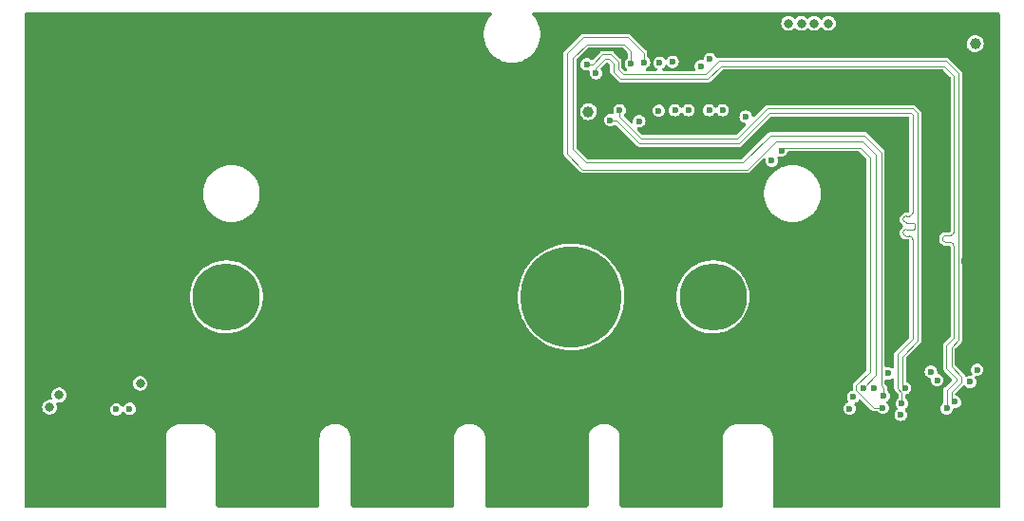
<source format=gbr>
%TF.GenerationSoftware,KiCad,Pcbnew,(6.0.10)*%
%TF.CreationDate,2023-02-27T01:31:51-05:00*%
%TF.ProjectId,vehicle side connector,76656869-636c-4652-9073-69646520636f,rev?*%
%TF.SameCoordinates,Original*%
%TF.FileFunction,Copper,L3,Inr*%
%TF.FilePolarity,Positive*%
%FSLAX46Y46*%
G04 Gerber Fmt 4.6, Leading zero omitted, Abs format (unit mm)*
G04 Created by KiCad (PCBNEW (6.0.10)) date 2023-02-27 01:31:51*
%MOMM*%
%LPD*%
G01*
G04 APERTURE LIST*
G04 Aperture macros list*
%AMRoundRect*
0 Rectangle with rounded corners*
0 $1 Rounding radius*
0 $2 $3 $4 $5 $6 $7 $8 $9 X,Y pos of 4 corners*
0 Add a 4 corners polygon primitive as box body*
4,1,4,$2,$3,$4,$5,$6,$7,$8,$9,$2,$3,0*
0 Add four circle primitives for the rounded corners*
1,1,$1+$1,$2,$3*
1,1,$1+$1,$4,$5*
1,1,$1+$1,$6,$7*
1,1,$1+$1,$8,$9*
0 Add four rect primitives between the rounded corners*
20,1,$1+$1,$2,$3,$4,$5,0*
20,1,$1+$1,$4,$5,$6,$7,0*
20,1,$1+$1,$6,$7,$8,$9,0*
20,1,$1+$1,$8,$9,$2,$3,0*%
G04 Aperture macros list end*
%TA.AperFunction,ComponentPad*%
%ADD10RoundRect,2.250000X2.250000X2.250000X-2.250000X2.250000X-2.250000X-2.250000X2.250000X-2.250000X0*%
%TD*%
%TA.AperFunction,ComponentPad*%
%ADD11C,9.000000*%
%TD*%
%TA.AperFunction,ComponentPad*%
%ADD12RoundRect,1.500000X1.500000X1.500000X-1.500000X1.500000X-1.500000X-1.500000X1.500000X-1.500000X0*%
%TD*%
%TA.AperFunction,ComponentPad*%
%ADD13C,6.000000*%
%TD*%
%TA.AperFunction,ViaPad*%
%ADD14C,0.600000*%
%TD*%
%TA.AperFunction,ViaPad*%
%ADD15C,0.800000*%
%TD*%
%TA.AperFunction,ViaPad*%
%ADD16C,1.000000*%
%TD*%
%TA.AperFunction,Conductor*%
%ADD17C,0.076200*%
%TD*%
G04 APERTURE END LIST*
D10*
%TO.N,GND*%
%TO.C,J6*%
X145284666Y-97670000D03*
D11*
%TO.N,/V_BATT+*%
X156184666Y-97670000D03*
%TD*%
D12*
%TO.N,GND*%
%TO.C,J5*%
X132647332Y-97670000D03*
D13*
%TO.N,/V_BATT+*%
X125447332Y-97670000D03*
%TD*%
D12*
%TO.N,GND*%
%TO.C,J7*%
X176022000Y-97670000D03*
D13*
%TO.N,/V_BATT+*%
X168822000Y-97670000D03*
%TD*%
D14*
%TO.N,/CAPTURE*%
X163980000Y-81060000D03*
D15*
%TO.N,/V_BATT+*%
X152973932Y-100014141D03*
X160014226Y-96426932D03*
X152405774Y-98899068D03*
X158561141Y-94426932D03*
X158561141Y-100899068D03*
X160014226Y-98899068D03*
X156210000Y-93663000D03*
X156210000Y-101663000D03*
X160210000Y-97663000D03*
X159446068Y-100014141D03*
X152405774Y-96426932D03*
X154973932Y-101467226D03*
X157446068Y-101467226D03*
X159446068Y-95311859D03*
X153858859Y-94426932D03*
X157446068Y-93858774D03*
X152973932Y-95311859D03*
X152210000Y-97663000D03*
X153858859Y-100899068D03*
X154973932Y-93858774D03*
D14*
%TO.N,GND*%
X113175600Y-100569000D03*
D16*
X114166200Y-102245400D03*
D14*
X112718400Y-74915000D03*
D15*
X149266068Y-97713141D03*
X141461842Y-98949209D03*
X141266068Y-97713141D03*
X145266068Y-101713141D03*
D14*
X191229800Y-94422200D03*
X193846000Y-72933800D03*
X167430000Y-79614000D03*
D16*
X187165800Y-103566200D03*
D14*
X187673800Y-97698800D03*
D15*
X141461842Y-96477073D03*
D16*
X179444200Y-106919000D03*
D14*
X171240000Y-78090000D03*
D15*
X147617209Y-100949209D03*
D14*
X190544000Y-108316000D03*
D15*
X144030000Y-93908915D03*
D14*
X152444000Y-81138000D03*
D15*
X146502136Y-93908915D03*
D14*
X111524600Y-98181400D03*
X113175600Y-79258400D03*
X174821400Y-81950800D03*
X185387800Y-99375200D03*
D15*
X142914927Y-94477073D03*
X142030000Y-95362000D03*
D14*
X172002000Y-80122000D03*
D15*
X144030000Y-101517367D03*
X142914927Y-100949209D03*
X148502136Y-100064282D03*
D14*
X110102200Y-100924600D03*
D15*
X149070294Y-96477073D03*
D14*
X151758200Y-78521800D03*
D15*
X142030000Y-100064282D03*
X146502136Y-101517367D03*
D14*
X111499200Y-78928200D03*
D15*
X149070294Y-98949209D03*
X147617209Y-94477073D03*
X148502136Y-95362000D03*
X145266068Y-93713141D03*
D14*
X189629600Y-95844600D03*
%TO.N,/GPS_PPS*%
X168547600Y-76439000D03*
X183952700Y-107566700D03*
X174923000Y-84617800D03*
%TO.N,/CAPTURE*%
X184448000Y-104480600D03*
%TO.N,/I2C_SCL*%
X115639400Y-107706400D03*
X184041600Y-106487200D03*
X161511800Y-76870800D03*
%TO.N,/I2C_SDA*%
X162680200Y-76743800D03*
X182212800Y-105801400D03*
X116833200Y-107655600D03*
D15*
%TO.N,/5V*%
X179114000Y-73264000D03*
X175558000Y-73264000D03*
X176701000Y-73264000D03*
X177844000Y-73264000D03*
D16*
%TO.N,/USB_VBUS*%
X192195000Y-75067400D03*
X157727200Y-81138000D03*
D14*
%TO.N,/TRIG*%
X185556791Y-108186609D03*
X162248400Y-81976200D03*
X171748000Y-81595200D03*
%TO.N,/UART_TX*%
X164057600Y-76775000D03*
X183152600Y-105776000D03*
%TO.N,/UART_RX*%
X165220200Y-76693000D03*
X181323800Y-106588800D03*
%TO.N,/S_BUS*%
X174059400Y-85506800D03*
X180993600Y-107630200D03*
X167738259Y-77075396D03*
D15*
%TO.N,/Detect_IN*%
X117773000Y-105395000D03*
D14*
%TO.N,/ETH_TX+*%
X169671500Y-81011000D03*
X188254900Y-104349514D03*
%TO.N,/ETH_TX-*%
X168490500Y-81011000D03*
X188816800Y-105090200D03*
%TO.N,/ETH_RX+*%
X166623500Y-81011000D03*
X191737200Y-105242600D03*
%TO.N,/ETH_RX-*%
X192372800Y-104175800D03*
X165442500Y-81011000D03*
%TO.N,/USB D+*%
X160506947Y-80999853D03*
X185939200Y-105813867D03*
%TO.N,/USB D-*%
X185667200Y-107173000D03*
X159671853Y-81894653D03*
D15*
%TO.N,/CAN+*%
X110524232Y-106420768D03*
D14*
X189655000Y-107604800D03*
X158403232Y-77699232D03*
%TO.N,/CAN-*%
X157580780Y-76922488D03*
D15*
X109695800Y-107503200D03*
D14*
X190398671Y-107035699D03*
%TD*%
D17*
%TO.N,/GPS_PPS*%
X182822400Y-104328200D02*
X182822400Y-85329000D01*
X183165300Y-107566700D02*
X181603200Y-106004600D01*
X181958800Y-84389200D02*
X175151600Y-84389200D01*
X182822400Y-85252800D02*
X181958800Y-84389200D01*
X181603200Y-106004600D02*
X181603200Y-105547400D01*
X182822400Y-85329000D02*
X182822400Y-85252800D01*
X175151600Y-84389200D02*
X174923000Y-84617800D01*
X181603200Y-105547400D02*
X182822400Y-104328200D01*
X183952700Y-107566700D02*
X183165300Y-107566700D01*
%TO.N,/I2C_SCL*%
X184041600Y-106487200D02*
X184041600Y-105776000D01*
X161511800Y-75753200D02*
X161511800Y-76870800D01*
X157600200Y-75118200D02*
X160876800Y-75118200D01*
X183838400Y-105572800D02*
X183838400Y-84770200D01*
X182314400Y-83246200D02*
X173957800Y-83246200D01*
X184041600Y-105776000D02*
X183838400Y-105572800D01*
X171519400Y-85684600D02*
X157549400Y-85684600D01*
X173957800Y-83246200D02*
X171519400Y-85684600D01*
X160876800Y-75118200D02*
X161511800Y-75753200D01*
X183838400Y-84770200D02*
X182314400Y-83246200D01*
X156355600Y-84490800D02*
X156355600Y-76362800D01*
X156355600Y-76362800D02*
X157600200Y-75118200D01*
X157549400Y-85684600D02*
X156355600Y-84490800D01*
%TO.N,/I2C_SDA*%
X155796800Y-75956400D02*
X155796800Y-84871800D01*
X157244600Y-74508600D02*
X155796800Y-75956400D01*
X171925800Y-86294200D02*
X174415000Y-83805000D01*
X183355800Y-104658400D02*
X182212800Y-105801400D01*
X183355800Y-84998800D02*
X183355800Y-104658400D01*
X155796800Y-84871800D02*
X157219200Y-86294200D01*
X162680200Y-76743800D02*
X162680200Y-75905600D01*
X182162000Y-83805000D02*
X183355800Y-84998800D01*
X157219200Y-86294200D02*
X171925800Y-86294200D01*
X161283200Y-74508600D02*
X157244600Y-74508600D01*
X174415000Y-83805000D02*
X182162000Y-83805000D01*
X162680200Y-75905600D02*
X161283200Y-74508600D01*
%TO.N,/USB D+*%
X185718000Y-102975090D02*
X185718000Y-105605110D01*
X162461184Y-83525600D02*
X170992910Y-83525600D01*
X160506947Y-81571363D02*
X162461184Y-83525600D01*
X170992910Y-83525600D02*
X173685310Y-80833200D01*
X187089600Y-101603490D02*
X185718000Y-102975090D01*
X187089600Y-81271910D02*
X187089600Y-101603490D01*
X186650890Y-80833200D02*
X187089600Y-81271910D01*
X185718000Y-105605110D02*
X185926757Y-105813867D01*
X160506947Y-80999853D02*
X160506947Y-81571363D01*
X173685310Y-80833200D02*
X186650890Y-80833200D01*
X185926757Y-105813867D02*
X185939200Y-105813867D01*
%TO.N,/USB D-*%
X185667200Y-106200890D02*
X185260800Y-105794490D01*
X186632400Y-101414110D02*
X186632400Y-92542600D01*
X186632400Y-90142600D02*
X186632400Y-81461290D01*
X186632400Y-91042600D02*
X186057104Y-91042600D01*
X186720048Y-91042600D02*
X186632400Y-91042600D01*
X185260800Y-105794490D02*
X185260800Y-102785710D01*
X160183657Y-81894653D02*
X159671853Y-81894653D01*
X186461510Y-81290400D02*
X173874690Y-81290400D01*
X186632400Y-81461290D02*
X186461510Y-81290400D01*
X162271804Y-83982800D02*
X160183657Y-81894653D01*
X186057104Y-90442600D02*
X186332400Y-90442600D01*
X186332400Y-91642600D02*
X186720048Y-91642600D01*
X185260800Y-102785710D02*
X186632400Y-101414110D01*
X186807696Y-91554952D02*
X186807696Y-91130248D01*
X186332400Y-92242600D02*
X186057104Y-92242600D01*
X185667200Y-107173000D02*
X185667200Y-106200890D01*
X173874690Y-81290400D02*
X171182290Y-83982800D01*
X171182290Y-83982800D02*
X162271804Y-83982800D01*
X186057104Y-91642600D02*
X186332400Y-91642600D01*
X185757100Y-90742600D02*
G75*
G03*
X186057104Y-91042600I300000J0D01*
G01*
X186057104Y-91642604D02*
G75*
G03*
X185757104Y-91942600I-4J-299996D01*
G01*
X186720048Y-91042504D02*
G75*
G02*
X186807696Y-91130248I-48J-87696D01*
G01*
X186632400Y-90142600D02*
G75*
G02*
X186332400Y-90442600I-300000J0D01*
G01*
X186332400Y-92242600D02*
G75*
G02*
X186632400Y-92542600I0J-300000D01*
G01*
X185757100Y-91942600D02*
G75*
G03*
X186057104Y-92242600I300000J0D01*
G01*
X186807600Y-91554952D02*
G75*
G02*
X186720048Y-91642600I-87600J-48D01*
G01*
X186057104Y-90442604D02*
G75*
G03*
X185757104Y-90742600I-4J-299996D01*
G01*
%TO.N,/CAN+*%
X190290000Y-77930690D02*
X189433310Y-77074000D01*
X189590000Y-92201400D02*
X189990000Y-92201400D01*
X159184610Y-76464400D02*
X158403232Y-77245778D01*
X168388290Y-78242400D02*
X160604310Y-78242400D01*
X158403232Y-77245778D02*
X158403232Y-77699232D01*
X169556690Y-77074000D02*
X168388290Y-78242400D01*
X159937000Y-76838490D02*
X159562910Y-76464400D01*
X190544000Y-105097110D02*
X190544000Y-104956290D01*
X189629600Y-101972910D02*
X190290000Y-101312510D01*
X190544000Y-104956290D02*
X189629600Y-104041890D01*
X189655000Y-105986110D02*
X190544000Y-105097110D01*
X189629600Y-104041890D02*
X189629600Y-101972910D01*
X190290000Y-101312510D02*
X190290000Y-93101400D01*
X189433310Y-77074000D02*
X169556690Y-77074000D01*
X189990000Y-92801400D02*
X189590000Y-92801400D01*
X190290000Y-91901400D02*
X190290000Y-77930690D01*
X189655000Y-107604800D02*
X189655000Y-105986110D01*
X160604310Y-78242400D02*
X159937000Y-77575090D01*
X159937000Y-77575090D02*
X159937000Y-76838490D01*
X159562910Y-76464400D02*
X159184610Y-76464400D01*
X189290000Y-92501400D02*
G75*
G03*
X189590000Y-92801400I300000J0D01*
G01*
X189590000Y-92201400D02*
G75*
G03*
X189290000Y-92501400I0J-300000D01*
G01*
X189990000Y-92801400D02*
G75*
G02*
X190290000Y-93101400I0J-300000D01*
G01*
X190290000Y-91901400D02*
G75*
G02*
X189990000Y-92201400I-300000J0D01*
G01*
%TO.N,/CAN-*%
X169367310Y-76616800D02*
X168198910Y-77785200D01*
X191001200Y-105286490D02*
X191001200Y-104766910D01*
X158995230Y-76007200D02*
X158079942Y-76922488D01*
X190086800Y-103852510D02*
X190086800Y-102162290D01*
X159752290Y-76007200D02*
X158995230Y-76007200D01*
X160793690Y-77785200D02*
X160394200Y-77385710D01*
X160394200Y-77385710D02*
X160394200Y-76649110D01*
X190398671Y-107035699D02*
X190112200Y-106749228D01*
X190747200Y-77741310D02*
X189622690Y-76616800D01*
X190112200Y-106175490D02*
X191001200Y-105286490D01*
X168198910Y-77785200D02*
X160793690Y-77785200D01*
X158079942Y-76922488D02*
X157580780Y-76922488D01*
X190112200Y-106749228D02*
X190112200Y-106175490D01*
X191001200Y-104766910D02*
X190086800Y-103852510D01*
X189622690Y-76616800D02*
X169367310Y-76616800D01*
X190747200Y-101501890D02*
X190747200Y-77741310D01*
X190086800Y-102162290D02*
X190747200Y-101501890D01*
X160394200Y-76649110D02*
X159752290Y-76007200D01*
%TD*%
%TA.AperFunction,Conductor*%
%TO.N,GND*%
G36*
X149060931Y-72313877D02*
G01*
X149107424Y-72367533D01*
X149117528Y-72437807D01*
X149084660Y-72506128D01*
X148960822Y-72638003D01*
X148958495Y-72641205D01*
X148958494Y-72641207D01*
X148954551Y-72646634D01*
X148774034Y-72895094D01*
X148620941Y-73173568D01*
X148503958Y-73469035D01*
X148502975Y-73472865D01*
X148502972Y-73472873D01*
X148479750Y-73563319D01*
X148424929Y-73776833D01*
X148424433Y-73780761D01*
X148424432Y-73780765D01*
X148411780Y-73880916D01*
X148385100Y-74092109D01*
X148385100Y-74409891D01*
X148424929Y-74725167D01*
X148453250Y-74835470D01*
X148502972Y-75029127D01*
X148502975Y-75029135D01*
X148503958Y-75032965D01*
X148620941Y-75328432D01*
X148774034Y-75606906D01*
X148871646Y-75741257D01*
X148920856Y-75808988D01*
X148960822Y-75863997D01*
X148963533Y-75866883D01*
X148963533Y-75866884D01*
X148991633Y-75896807D01*
X149178358Y-76095650D01*
X149423214Y-76298212D01*
X149560630Y-76385419D01*
X149649974Y-76442118D01*
X149691526Y-76468488D01*
X149695105Y-76470172D01*
X149695112Y-76470176D01*
X149975473Y-76602104D01*
X149975477Y-76602106D01*
X149979063Y-76603793D01*
X149982835Y-76605019D01*
X149982836Y-76605019D01*
X150099256Y-76642846D01*
X150281292Y-76701993D01*
X150593445Y-76761539D01*
X150677256Y-76766812D01*
X150829245Y-76776375D01*
X150829261Y-76776376D01*
X150831240Y-76776500D01*
X150989960Y-76776500D01*
X150991939Y-76776376D01*
X150991955Y-76776375D01*
X151143944Y-76766812D01*
X151227755Y-76761539D01*
X151539908Y-76701993D01*
X151721944Y-76642846D01*
X151838364Y-76605019D01*
X151838365Y-76605019D01*
X151842137Y-76603793D01*
X151845723Y-76602106D01*
X151845727Y-76602104D01*
X152126088Y-76470176D01*
X152126095Y-76470172D01*
X152129674Y-76468488D01*
X152171227Y-76442118D01*
X152260570Y-76385419D01*
X152397986Y-76298212D01*
X152642842Y-76095650D01*
X152787261Y-75941859D01*
X155499487Y-75941859D01*
X155501056Y-75953388D01*
X155501056Y-75953389D01*
X155503049Y-75968032D01*
X155504200Y-75985023D01*
X155504200Y-84820949D01*
X155504022Y-84823374D01*
X155502325Y-84828316D01*
X155502761Y-84839938D01*
X155502761Y-84839941D01*
X155504111Y-84875881D01*
X155504200Y-84880609D01*
X155504200Y-84899011D01*
X155505066Y-84903660D01*
X155505275Y-84906892D01*
X155506415Y-84937241D01*
X155511008Y-84947931D01*
X155512247Y-84953428D01*
X155514938Y-84962284D01*
X155516961Y-84967526D01*
X155519090Y-84978960D01*
X155525193Y-84988861D01*
X155531558Y-84999187D01*
X155540066Y-85015566D01*
X155549443Y-85037392D01*
X155553352Y-85042151D01*
X155555546Y-85044345D01*
X155557596Y-85046606D01*
X155557394Y-85046789D01*
X155563284Y-85054239D01*
X155570180Y-85061845D01*
X155576286Y-85071750D01*
X155585547Y-85078792D01*
X155597314Y-85087740D01*
X155610142Y-85098941D01*
X156976341Y-86465140D01*
X156977933Y-86466984D01*
X156980227Y-86471677D01*
X156988756Y-86479589D01*
X156988757Y-86479590D01*
X157015133Y-86504057D01*
X157018538Y-86507337D01*
X157031541Y-86520340D01*
X157035441Y-86523015D01*
X157037858Y-86525137D01*
X157060140Y-86545807D01*
X157070942Y-86550117D01*
X157075683Y-86553114D01*
X157083872Y-86557486D01*
X157089007Y-86559761D01*
X157098603Y-86566344D01*
X157121717Y-86571829D01*
X157139310Y-86577392D01*
X157161383Y-86586199D01*
X157167512Y-86586800D01*
X157170591Y-86586800D01*
X157173663Y-86586950D01*
X157173650Y-86587221D01*
X157183075Y-86588324D01*
X157193337Y-86588826D01*
X157204659Y-86591513D01*
X157216187Y-86589944D01*
X157216188Y-86589944D01*
X157222898Y-86589031D01*
X157230831Y-86587951D01*
X157247822Y-86586800D01*
X171874949Y-86586800D01*
X171877374Y-86586978D01*
X171882316Y-86588675D01*
X171893938Y-86588239D01*
X171893941Y-86588239D01*
X171929881Y-86586889D01*
X171934609Y-86586800D01*
X171953011Y-86586800D01*
X171957660Y-86585934D01*
X171960892Y-86585725D01*
X171979612Y-86585022D01*
X171979613Y-86585022D01*
X171991241Y-86584585D01*
X172001931Y-86579992D01*
X172007428Y-86578753D01*
X172016284Y-86576062D01*
X172021526Y-86574039D01*
X172032960Y-86571910D01*
X172053187Y-86559442D01*
X172069566Y-86550934D01*
X172083223Y-86545067D01*
X172083225Y-86545066D01*
X172091392Y-86541557D01*
X172096151Y-86537648D01*
X172098345Y-86535454D01*
X172100606Y-86533404D01*
X172100789Y-86533606D01*
X172108239Y-86527716D01*
X172115845Y-86520820D01*
X172125750Y-86514714D01*
X172141740Y-86493686D01*
X172152941Y-86480858D01*
X173294218Y-85339581D01*
X173356530Y-85305555D01*
X173427345Y-85310620D01*
X173484181Y-85353167D01*
X173508992Y-85419687D01*
X173508235Y-85445122D01*
X173500115Y-85506800D01*
X173519172Y-85651554D01*
X173575045Y-85786442D01*
X173663926Y-85902274D01*
X173670476Y-85907300D01*
X173670479Y-85907303D01*
X173773204Y-85986127D01*
X173779757Y-85991155D01*
X173914646Y-86047028D01*
X174059400Y-86066085D01*
X174067588Y-86065007D01*
X174195966Y-86048106D01*
X174204154Y-86047028D01*
X174339043Y-85991155D01*
X174345596Y-85986127D01*
X174448321Y-85907303D01*
X174448324Y-85907300D01*
X174454874Y-85902274D01*
X174543755Y-85786442D01*
X174599628Y-85651554D01*
X174618685Y-85506800D01*
X174610565Y-85445122D01*
X174600706Y-85370232D01*
X174600705Y-85370230D01*
X174599628Y-85362046D01*
X174590323Y-85339581D01*
X174577035Y-85307501D01*
X174569446Y-85236912D01*
X174601225Y-85173425D01*
X174662283Y-85137197D01*
X174733234Y-85139731D01*
X174741663Y-85142875D01*
X174770613Y-85154867D01*
X174770618Y-85154868D01*
X174778246Y-85158028D01*
X174923000Y-85177085D01*
X174931188Y-85176007D01*
X175059566Y-85159106D01*
X175067754Y-85158028D01*
X175202643Y-85102155D01*
X175221429Y-85087740D01*
X175311921Y-85018303D01*
X175311924Y-85018300D01*
X175318474Y-85013274D01*
X175329284Y-84999187D01*
X175400104Y-84906892D01*
X175407355Y-84897442D01*
X175411396Y-84887688D01*
X175463228Y-84762554D01*
X175465781Y-84763611D01*
X175495690Y-84714556D01*
X175559555Y-84683542D01*
X175580434Y-84681800D01*
X181785411Y-84681800D01*
X181853532Y-84701802D01*
X181874506Y-84718705D01*
X182492895Y-85337094D01*
X182526921Y-85399406D01*
X182529800Y-85426189D01*
X182529800Y-104154811D01*
X182509798Y-104222932D01*
X182492895Y-104243906D01*
X181432260Y-105304541D01*
X181430416Y-105306133D01*
X181425723Y-105308427D01*
X181417811Y-105316956D01*
X181417810Y-105316957D01*
X181393343Y-105343333D01*
X181390063Y-105346738D01*
X181377059Y-105359742D01*
X181374384Y-105363642D01*
X181372254Y-105366067D01*
X181359506Y-105379809D01*
X181359504Y-105379812D01*
X181351593Y-105388340D01*
X181347282Y-105399145D01*
X181344283Y-105403889D01*
X181339914Y-105412072D01*
X181337639Y-105417207D01*
X181331056Y-105426803D01*
X181325571Y-105449917D01*
X181320008Y-105467510D01*
X181311201Y-105489583D01*
X181310600Y-105495712D01*
X181310600Y-105498791D01*
X181310450Y-105501863D01*
X181310179Y-105501850D01*
X181309076Y-105511275D01*
X181308574Y-105521537D01*
X181305887Y-105532859D01*
X181307456Y-105544388D01*
X181307456Y-105544389D01*
X181309449Y-105559032D01*
X181310600Y-105576023D01*
X181310600Y-105920754D01*
X181290598Y-105988875D01*
X181236942Y-106035368D01*
X181201044Y-106045676D01*
X181187233Y-106047494D01*
X181187232Y-106047494D01*
X181179046Y-106048572D01*
X181171419Y-106051731D01*
X181171420Y-106051731D01*
X181051786Y-106101285D01*
X181051784Y-106101286D01*
X181044158Y-106104445D01*
X180928326Y-106193326D01*
X180839445Y-106309158D01*
X180836286Y-106316784D01*
X180836285Y-106316786D01*
X180823565Y-106347496D01*
X180783572Y-106444046D01*
X180782495Y-106452230D01*
X180782494Y-106452232D01*
X180776944Y-106494393D01*
X180764515Y-106588800D01*
X180765593Y-106596988D01*
X180778969Y-106698588D01*
X180783572Y-106733554D01*
X180799704Y-106772499D01*
X180833662Y-106854480D01*
X180839445Y-106868442D01*
X180855008Y-106888724D01*
X180870738Y-106909224D01*
X180896338Y-106975445D01*
X180882073Y-107044993D01*
X180832472Y-107095789D01*
X180818994Y-107102337D01*
X180721586Y-107142685D01*
X180721584Y-107142686D01*
X180713958Y-107145845D01*
X180658918Y-107188079D01*
X180608100Y-107227073D01*
X180598126Y-107234726D01*
X180509245Y-107350558D01*
X180453372Y-107485446D01*
X180452295Y-107493630D01*
X180452294Y-107493632D01*
X180441876Y-107572767D01*
X180434315Y-107630200D01*
X180435393Y-107638388D01*
X180450299Y-107751609D01*
X180453372Y-107774954D01*
X180462786Y-107797681D01*
X180505341Y-107900416D01*
X180509245Y-107909842D01*
X180598126Y-108025674D01*
X180604676Y-108030700D01*
X180604679Y-108030703D01*
X180704017Y-108106928D01*
X180713957Y-108114555D01*
X180848846Y-108170428D01*
X180993600Y-108189485D01*
X181001788Y-108188407D01*
X181015446Y-108186609D01*
X181138354Y-108170428D01*
X181273243Y-108114555D01*
X181283183Y-108106928D01*
X181382521Y-108030703D01*
X181382524Y-108030700D01*
X181389074Y-108025674D01*
X181477955Y-107909842D01*
X181481860Y-107900416D01*
X181524414Y-107797681D01*
X181533828Y-107774954D01*
X181536902Y-107751609D01*
X181551807Y-107638388D01*
X181552885Y-107630200D01*
X181545324Y-107572767D01*
X181534906Y-107493632D01*
X181534905Y-107493630D01*
X181533828Y-107485446D01*
X181477955Y-107350558D01*
X181446662Y-107309776D01*
X181421062Y-107243555D01*
X181435327Y-107174007D01*
X181484928Y-107123211D01*
X181498406Y-107116663D01*
X181517466Y-107108768D01*
X181603443Y-107073155D01*
X181609996Y-107068127D01*
X181712721Y-106989303D01*
X181712724Y-106989300D01*
X181719274Y-106984274D01*
X181736511Y-106961811D01*
X181783183Y-106900986D01*
X181808155Y-106868442D01*
X181811315Y-106860814D01*
X181814972Y-106854480D01*
X181866355Y-106805487D01*
X181936068Y-106792051D01*
X182001979Y-106818437D01*
X182013186Y-106828385D01*
X182922441Y-107737640D01*
X182924033Y-107739484D01*
X182926327Y-107744177D01*
X182934856Y-107752089D01*
X182934857Y-107752090D01*
X182961233Y-107776557D01*
X182964638Y-107779837D01*
X182977642Y-107792841D01*
X182981542Y-107795516D01*
X182983967Y-107797646D01*
X182997709Y-107810394D01*
X182997712Y-107810396D01*
X183006240Y-107818307D01*
X183017045Y-107822618D01*
X183021789Y-107825617D01*
X183029972Y-107829986D01*
X183035107Y-107832261D01*
X183044703Y-107838844D01*
X183067817Y-107844329D01*
X183085410Y-107849892D01*
X183107483Y-107858699D01*
X183113612Y-107859300D01*
X183116691Y-107859300D01*
X183119763Y-107859450D01*
X183119750Y-107859721D01*
X183129175Y-107860824D01*
X183139437Y-107861326D01*
X183150759Y-107864013D01*
X183162288Y-107862444D01*
X183162289Y-107862444D01*
X183176932Y-107860451D01*
X183193923Y-107859300D01*
X183416151Y-107859300D01*
X183484272Y-107879302D01*
X183516113Y-107908596D01*
X183552195Y-107955619D01*
X183552199Y-107955623D01*
X183557226Y-107962174D01*
X183563776Y-107967200D01*
X183563779Y-107967203D01*
X183661067Y-108041855D01*
X183673057Y-108051055D01*
X183807946Y-108106928D01*
X183816134Y-108108006D01*
X183878435Y-108116208D01*
X183952700Y-108125985D01*
X183960888Y-108124907D01*
X184089266Y-108108006D01*
X184097454Y-108106928D01*
X184232343Y-108051055D01*
X184244333Y-108041855D01*
X184341621Y-107967203D01*
X184341624Y-107967200D01*
X184348174Y-107962174D01*
X184362661Y-107943295D01*
X184413673Y-107876814D01*
X184437055Y-107846342D01*
X184445301Y-107826436D01*
X184477146Y-107749554D01*
X184492928Y-107711454D01*
X184494672Y-107698212D01*
X184510907Y-107574888D01*
X184511985Y-107566700D01*
X184505844Y-107520054D01*
X184494006Y-107430132D01*
X184494005Y-107430130D01*
X184492928Y-107421946D01*
X184471165Y-107369407D01*
X184440215Y-107294686D01*
X184440214Y-107294684D01*
X184437055Y-107287058D01*
X184348174Y-107171226D01*
X184334873Y-107161020D01*
X184293006Y-107103684D01*
X184288784Y-107032813D01*
X184323547Y-106970910D01*
X184334873Y-106961096D01*
X184430521Y-106887703D01*
X184430524Y-106887700D01*
X184437074Y-106882674D01*
X184525955Y-106766842D01*
X184530423Y-106756057D01*
X184578669Y-106639580D01*
X184581828Y-106631954D01*
X184586432Y-106596988D01*
X184599807Y-106495388D01*
X184600885Y-106487200D01*
X184593414Y-106430450D01*
X184582906Y-106350632D01*
X184582905Y-106350630D01*
X184581828Y-106342446D01*
X184549475Y-106264339D01*
X184529115Y-106215186D01*
X184529114Y-106215184D01*
X184525955Y-106207558D01*
X184450691Y-106109472D01*
X184442097Y-106098272D01*
X184437074Y-106091726D01*
X184430528Y-106086703D01*
X184430525Y-106086700D01*
X184383496Y-106050613D01*
X184341629Y-105993275D01*
X184334200Y-105950651D01*
X184334200Y-105826845D01*
X184334378Y-105824424D01*
X184336074Y-105819484D01*
X184335471Y-105803402D01*
X184334289Y-105771934D01*
X184334200Y-105767207D01*
X184334200Y-105748789D01*
X184333334Y-105744138D01*
X184333123Y-105740890D01*
X184332421Y-105722186D01*
X184331985Y-105710559D01*
X184327391Y-105699868D01*
X184326154Y-105694377D01*
X184323462Y-105685516D01*
X184321439Y-105680274D01*
X184319310Y-105668840D01*
X184313207Y-105658939D01*
X184306842Y-105648613D01*
X184298334Y-105632234D01*
X184292467Y-105618577D01*
X184292466Y-105618575D01*
X184288957Y-105610408D01*
X184285048Y-105605649D01*
X184282854Y-105603455D01*
X184280804Y-105601194D01*
X184281006Y-105601011D01*
X184275116Y-105593561D01*
X184268220Y-105585955D01*
X184262114Y-105576050D01*
X184241086Y-105560060D01*
X184228258Y-105548859D01*
X184167905Y-105488506D01*
X184133879Y-105426194D01*
X184131000Y-105399411D01*
X184131000Y-105137765D01*
X184151002Y-105069644D01*
X184204658Y-105023151D01*
X184274932Y-105013047D01*
X184289612Y-105016058D01*
X184295612Y-105017666D01*
X184303246Y-105020828D01*
X184311436Y-105021906D01*
X184311439Y-105021907D01*
X184439812Y-105038807D01*
X184448000Y-105039885D01*
X184456188Y-105038807D01*
X184468775Y-105037150D01*
X184592754Y-105020828D01*
X184727643Y-104964955D01*
X184765497Y-104935908D01*
X184831716Y-104910308D01*
X184901264Y-104924572D01*
X184952061Y-104974173D01*
X184968200Y-105035871D01*
X184968200Y-105743639D01*
X184968022Y-105746064D01*
X184966325Y-105751006D01*
X184966761Y-105762628D01*
X184966761Y-105762631D01*
X184968111Y-105798571D01*
X184968200Y-105803299D01*
X184968200Y-105821701D01*
X184969066Y-105826350D01*
X184969275Y-105829582D01*
X184970415Y-105859931D01*
X184975008Y-105870621D01*
X184976247Y-105876118D01*
X184978938Y-105884974D01*
X184980961Y-105890216D01*
X184983090Y-105901650D01*
X184989193Y-105911551D01*
X184995558Y-105921877D01*
X185004066Y-105938256D01*
X185008065Y-105947563D01*
X185013443Y-105960082D01*
X185017352Y-105964841D01*
X185019546Y-105967035D01*
X185021596Y-105969296D01*
X185021394Y-105969479D01*
X185027284Y-105976929D01*
X185034180Y-105984535D01*
X185040286Y-105994440D01*
X185055750Y-106006199D01*
X185061314Y-106010430D01*
X185074142Y-106021631D01*
X185337695Y-106285184D01*
X185371721Y-106347496D01*
X185374600Y-106374279D01*
X185374600Y-106636451D01*
X185354598Y-106704572D01*
X185325304Y-106736413D01*
X185278276Y-106772499D01*
X185278272Y-106772503D01*
X185271726Y-106777526D01*
X185182845Y-106893358D01*
X185179686Y-106900984D01*
X185179685Y-106900986D01*
X185154044Y-106962889D01*
X185126972Y-107028246D01*
X185125895Y-107036430D01*
X185125894Y-107036432D01*
X185116371Y-107108768D01*
X185107915Y-107173000D01*
X185108993Y-107181188D01*
X185120248Y-107266677D01*
X185126972Y-107317754D01*
X185138644Y-107345933D01*
X185171239Y-107424622D01*
X185182845Y-107452642D01*
X185194808Y-107468232D01*
X185261642Y-107555333D01*
X185287242Y-107621554D01*
X185272977Y-107691103D01*
X185238383Y-107731999D01*
X185167867Y-107786108D01*
X185167863Y-107786112D01*
X185161317Y-107791135D01*
X185156294Y-107797681D01*
X185146539Y-107810394D01*
X185072436Y-107906967D01*
X185069277Y-107914593D01*
X185069276Y-107914595D01*
X185059118Y-107939119D01*
X185016563Y-108041855D01*
X185015486Y-108050039D01*
X185015485Y-108050041D01*
X185005629Y-108124907D01*
X184997506Y-108186609D01*
X184998584Y-108194797D01*
X185007775Y-108264607D01*
X185016563Y-108331363D01*
X185072436Y-108466251D01*
X185161317Y-108582083D01*
X185167867Y-108587109D01*
X185167870Y-108587112D01*
X185270595Y-108665936D01*
X185277148Y-108670964D01*
X185412037Y-108726837D01*
X185556791Y-108745894D01*
X185564979Y-108744816D01*
X185693357Y-108727915D01*
X185701545Y-108726837D01*
X185836434Y-108670964D01*
X185842987Y-108665936D01*
X185945712Y-108587112D01*
X185945715Y-108587109D01*
X185952265Y-108582083D01*
X186041146Y-108466251D01*
X186097019Y-108331363D01*
X186105808Y-108264607D01*
X186114998Y-108194797D01*
X186116076Y-108186609D01*
X186107953Y-108124907D01*
X186098097Y-108050041D01*
X186098096Y-108050039D01*
X186097019Y-108041855D01*
X186054464Y-107939119D01*
X186044306Y-107914595D01*
X186044305Y-107914593D01*
X186041146Y-107906967D01*
X186036118Y-107900414D01*
X186036116Y-107900411D01*
X185962349Y-107804276D01*
X185936748Y-107738056D01*
X185951013Y-107668507D01*
X185985607Y-107627610D01*
X185992903Y-107622012D01*
X186004663Y-107612988D01*
X186056121Y-107573503D01*
X186056124Y-107573500D01*
X186062674Y-107568474D01*
X186067914Y-107561646D01*
X186123837Y-107488765D01*
X186151555Y-107452642D01*
X186163162Y-107424622D01*
X186195756Y-107345933D01*
X186207428Y-107317754D01*
X186214153Y-107266677D01*
X186225407Y-107181188D01*
X186226485Y-107173000D01*
X186218029Y-107108768D01*
X186208506Y-107036432D01*
X186208505Y-107036430D01*
X186207428Y-107028246D01*
X186180356Y-106962889D01*
X186154715Y-106900986D01*
X186154714Y-106900984D01*
X186151555Y-106893358D01*
X186062674Y-106777526D01*
X186056128Y-106772503D01*
X186056125Y-106772500D01*
X186009096Y-106736413D01*
X185967229Y-106679075D01*
X185959800Y-106636451D01*
X185959800Y-106480939D01*
X185979802Y-106412818D01*
X186033458Y-106366325D01*
X186069355Y-106356017D01*
X186070826Y-106355823D01*
X186083954Y-106354095D01*
X186218843Y-106298222D01*
X186225396Y-106293194D01*
X186328121Y-106214370D01*
X186328124Y-106214367D01*
X186334674Y-106209341D01*
X186423555Y-106093509D01*
X186441290Y-106050695D01*
X186471788Y-105977065D01*
X186479428Y-105958621D01*
X186482449Y-105935679D01*
X186497407Y-105822055D01*
X186498485Y-105813867D01*
X186493983Y-105779668D01*
X186480506Y-105677299D01*
X186480505Y-105677297D01*
X186479428Y-105669113D01*
X186443424Y-105582192D01*
X186426715Y-105541853D01*
X186426714Y-105541851D01*
X186423555Y-105534225D01*
X186365773Y-105458922D01*
X186339701Y-105424944D01*
X186339700Y-105424943D01*
X186334674Y-105418393D01*
X186328124Y-105413367D01*
X186328121Y-105413364D01*
X186225396Y-105334540D01*
X186225394Y-105334539D01*
X186218843Y-105329512D01*
X186088382Y-105275473D01*
X186033101Y-105230924D01*
X186010600Y-105159064D01*
X186010600Y-104349514D01*
X187695615Y-104349514D01*
X187696693Y-104357702D01*
X187710424Y-104461998D01*
X187714672Y-104494268D01*
X187717831Y-104501894D01*
X187752032Y-104584461D01*
X187770545Y-104629156D01*
X187775572Y-104635707D01*
X187829150Y-104705531D01*
X187859426Y-104744988D01*
X187865976Y-104750014D01*
X187865979Y-104750017D01*
X187968704Y-104828841D01*
X187975257Y-104833869D01*
X188110146Y-104889742D01*
X188118334Y-104890820D01*
X188156024Y-104895782D01*
X188220951Y-104924505D01*
X188260042Y-104983770D01*
X188264499Y-105037150D01*
X188257515Y-105090200D01*
X188258593Y-105098388D01*
X188275070Y-105223542D01*
X188276572Y-105234954D01*
X188279731Y-105242580D01*
X188328741Y-105360899D01*
X188332445Y-105369842D01*
X188421326Y-105485674D01*
X188427876Y-105490700D01*
X188427879Y-105490703D01*
X188525540Y-105565641D01*
X188537157Y-105574555D01*
X188672046Y-105630428D01*
X188680234Y-105631506D01*
X188680363Y-105631523D01*
X188816800Y-105649485D01*
X188824988Y-105648407D01*
X188953366Y-105631506D01*
X188961554Y-105630428D01*
X189096443Y-105574555D01*
X189108060Y-105565641D01*
X189205721Y-105490703D01*
X189205724Y-105490700D01*
X189212274Y-105485674D01*
X189301155Y-105369842D01*
X189304860Y-105360899D01*
X189353869Y-105242580D01*
X189357028Y-105234954D01*
X189358531Y-105223542D01*
X189375007Y-105098388D01*
X189376085Y-105090200D01*
X189364199Y-104999917D01*
X189358106Y-104953632D01*
X189358105Y-104953630D01*
X189357028Y-104945446D01*
X189333954Y-104889742D01*
X189304315Y-104818186D01*
X189304314Y-104818184D01*
X189301155Y-104810558D01*
X189212274Y-104694726D01*
X189205724Y-104689700D01*
X189205721Y-104689697D01*
X189102996Y-104610873D01*
X189102994Y-104610872D01*
X189096443Y-104605845D01*
X188961554Y-104549972D01*
X188953366Y-104548894D01*
X188915676Y-104543932D01*
X188850749Y-104515209D01*
X188811658Y-104455944D01*
X188807201Y-104402564D01*
X188813107Y-104357702D01*
X188814185Y-104349514D01*
X188797722Y-104224465D01*
X188796206Y-104212946D01*
X188796205Y-104212944D01*
X188795128Y-104204760D01*
X188772052Y-104149050D01*
X188742415Y-104077500D01*
X188742414Y-104077498D01*
X188739255Y-104069872D01*
X188650374Y-103954040D01*
X188643824Y-103949014D01*
X188643821Y-103949011D01*
X188541096Y-103870187D01*
X188541094Y-103870186D01*
X188534543Y-103865159D01*
X188399654Y-103809286D01*
X188254900Y-103790229D01*
X188246712Y-103791307D01*
X188118332Y-103808208D01*
X188118330Y-103808209D01*
X188110146Y-103809286D01*
X188075990Y-103823434D01*
X187982886Y-103861999D01*
X187982884Y-103862000D01*
X187975258Y-103865159D01*
X187859426Y-103954040D01*
X187770545Y-104069872D01*
X187767386Y-104077498D01*
X187767385Y-104077500D01*
X187737748Y-104149050D01*
X187714672Y-104204760D01*
X187713595Y-104212944D01*
X187713594Y-104212946D01*
X187712078Y-104224465D01*
X187695615Y-104349514D01*
X186010600Y-104349514D01*
X186010600Y-103148479D01*
X186030602Y-103080358D01*
X186047505Y-103059384D01*
X187260540Y-101846349D01*
X187262384Y-101844757D01*
X187267077Y-101842463D01*
X187299457Y-101807557D01*
X187302737Y-101804152D01*
X187315740Y-101791149D01*
X187318415Y-101787249D01*
X187320537Y-101784832D01*
X187341207Y-101762550D01*
X187345517Y-101751748D01*
X187348514Y-101747007D01*
X187352886Y-101738818D01*
X187355161Y-101733683D01*
X187361744Y-101724087D01*
X187367229Y-101700972D01*
X187372794Y-101683375D01*
X187372855Y-101683223D01*
X187381599Y-101661307D01*
X187382200Y-101655178D01*
X187382200Y-101652099D01*
X187382350Y-101649027D01*
X187382621Y-101649040D01*
X187383724Y-101639615D01*
X187384226Y-101629353D01*
X187386913Y-101618031D01*
X187383351Y-101591859D01*
X187382200Y-101574868D01*
X187382200Y-81322762D01*
X187382378Y-81320336D01*
X187384075Y-81315394D01*
X187383259Y-81293637D01*
X187382289Y-81267818D01*
X187382200Y-81263091D01*
X187382200Y-81244699D01*
X187381334Y-81240054D01*
X187381125Y-81236823D01*
X187380422Y-81218097D01*
X187379986Y-81206470D01*
X187375394Y-81195781D01*
X187374161Y-81190310D01*
X187371461Y-81181423D01*
X187369440Y-81176184D01*
X187367310Y-81164750D01*
X187361207Y-81154850D01*
X187361206Y-81154846D01*
X187354844Y-81144525D01*
X187346336Y-81128148D01*
X187336958Y-81106319D01*
X187333049Y-81101560D01*
X187330855Y-81099366D01*
X187328805Y-81097105D01*
X187329006Y-81096922D01*
X187323116Y-81089471D01*
X187316220Y-81081865D01*
X187310114Y-81071960D01*
X187289086Y-81055970D01*
X187276258Y-81044769D01*
X186893749Y-80662260D01*
X186892157Y-80660416D01*
X186889863Y-80655723D01*
X186854957Y-80623343D01*
X186851552Y-80620063D01*
X186838548Y-80607059D01*
X186834648Y-80604384D01*
X186832223Y-80602254D01*
X186818481Y-80589506D01*
X186818478Y-80589504D01*
X186809950Y-80581593D01*
X186799145Y-80577282D01*
X186794401Y-80574283D01*
X186786218Y-80569914D01*
X186781083Y-80567639D01*
X186771487Y-80561056D01*
X186748372Y-80555571D01*
X186730780Y-80550008D01*
X186708707Y-80541201D01*
X186702578Y-80540600D01*
X186699499Y-80540600D01*
X186696427Y-80540450D01*
X186696440Y-80540179D01*
X186687015Y-80539076D01*
X186676753Y-80538574D01*
X186665431Y-80535887D01*
X186653902Y-80537456D01*
X186653901Y-80537456D01*
X186639258Y-80539449D01*
X186622267Y-80540600D01*
X173736163Y-80540600D01*
X173733737Y-80540422D01*
X173728795Y-80538725D01*
X173717172Y-80539161D01*
X173717170Y-80539161D01*
X173681219Y-80540511D01*
X173676492Y-80540600D01*
X173658099Y-80540600D01*
X173653454Y-80541466D01*
X173650223Y-80541675D01*
X173619870Y-80542814D01*
X173609181Y-80547406D01*
X173603710Y-80548639D01*
X173594823Y-80551339D01*
X173589584Y-80553360D01*
X173578150Y-80555490D01*
X173568250Y-80561593D01*
X173568246Y-80561594D01*
X173557925Y-80567956D01*
X173541552Y-80576462D01*
X173519719Y-80585842D01*
X173514960Y-80589751D01*
X173512766Y-80591945D01*
X173510505Y-80593995D01*
X173510322Y-80593794D01*
X173502871Y-80599684D01*
X173495265Y-80606580D01*
X173485360Y-80612686D01*
X173478318Y-80621947D01*
X173469370Y-80633714D01*
X173458169Y-80646542D01*
X172511479Y-81593232D01*
X172449167Y-81627258D01*
X172378352Y-81622193D01*
X172321516Y-81579646D01*
X172297462Y-81520584D01*
X172289306Y-81458631D01*
X172289305Y-81458628D01*
X172288228Y-81450446D01*
X172250627Y-81359670D01*
X172235515Y-81323186D01*
X172235514Y-81323184D01*
X172232355Y-81315558D01*
X172143474Y-81199726D01*
X172136924Y-81194700D01*
X172136921Y-81194697D01*
X172034196Y-81115873D01*
X172034194Y-81115872D01*
X172027643Y-81110845D01*
X171892754Y-81054972D01*
X171748000Y-81035915D01*
X171739812Y-81036993D01*
X171611432Y-81053894D01*
X171611430Y-81053895D01*
X171603246Y-81054972D01*
X171571340Y-81068188D01*
X171475986Y-81107685D01*
X171475984Y-81107686D01*
X171468358Y-81110845D01*
X171352526Y-81199726D01*
X171263645Y-81315558D01*
X171260486Y-81323184D01*
X171260485Y-81323186D01*
X171245373Y-81359670D01*
X171207772Y-81450446D01*
X171206695Y-81458630D01*
X171206694Y-81458632D01*
X171201356Y-81499179D01*
X171188715Y-81595200D01*
X171207772Y-81739954D01*
X171215282Y-81758085D01*
X171245670Y-81831446D01*
X171263645Y-81874842D01*
X171352526Y-81990674D01*
X171359076Y-81995700D01*
X171359079Y-81995703D01*
X171461804Y-82074527D01*
X171468357Y-82079555D01*
X171548540Y-82112768D01*
X171586714Y-82128580D01*
X171603246Y-82135428D01*
X171611434Y-82136506D01*
X171673384Y-82144662D01*
X171738311Y-82173385D01*
X171777402Y-82232650D01*
X171778247Y-82303642D01*
X171746032Y-82358679D01*
X170908616Y-83196095D01*
X170846304Y-83230121D01*
X170819521Y-83233000D01*
X162634573Y-83233000D01*
X162566452Y-83212998D01*
X162545478Y-83196095D01*
X162092218Y-82742835D01*
X162058192Y-82680523D01*
X162063257Y-82609708D01*
X162105804Y-82552872D01*
X162172324Y-82528061D01*
X162197758Y-82528818D01*
X162248400Y-82535485D01*
X162256588Y-82534407D01*
X162304792Y-82528061D01*
X162393154Y-82516428D01*
X162528043Y-82460555D01*
X162534596Y-82455527D01*
X162637321Y-82376703D01*
X162637324Y-82376700D01*
X162643874Y-82371674D01*
X162653846Y-82358679D01*
X162727728Y-82262393D01*
X162732755Y-82255842D01*
X162788628Y-82120954D01*
X162800442Y-82031221D01*
X162806607Y-81984388D01*
X162807685Y-81976200D01*
X162794002Y-81872265D01*
X162789706Y-81839632D01*
X162789705Y-81839630D01*
X162788628Y-81831446D01*
X162751691Y-81742273D01*
X162735915Y-81704186D01*
X162735914Y-81704184D01*
X162732755Y-81696558D01*
X162659636Y-81601267D01*
X162648901Y-81587277D01*
X162648900Y-81587276D01*
X162643874Y-81580726D01*
X162637324Y-81575700D01*
X162637321Y-81575697D01*
X162534596Y-81496873D01*
X162534594Y-81496872D01*
X162528043Y-81491845D01*
X162411179Y-81443438D01*
X162400783Y-81439132D01*
X162393154Y-81435972D01*
X162248400Y-81416915D01*
X162240212Y-81417993D01*
X162111832Y-81434894D01*
X162111830Y-81434895D01*
X162103646Y-81435972D01*
X162068703Y-81450446D01*
X161976386Y-81488685D01*
X161976384Y-81488686D01*
X161968758Y-81491845D01*
X161852926Y-81580726D01*
X161764045Y-81696558D01*
X161760886Y-81704184D01*
X161760885Y-81704186D01*
X161745109Y-81742273D01*
X161708172Y-81831446D01*
X161707095Y-81839630D01*
X161707094Y-81839632D01*
X161702798Y-81872265D01*
X161689115Y-81976200D01*
X161690193Y-81984388D01*
X161695782Y-82026841D01*
X161684843Y-82096989D01*
X161637715Y-82150088D01*
X161569361Y-82169278D01*
X161501483Y-82148467D01*
X161481765Y-82132382D01*
X160911899Y-81562516D01*
X160877873Y-81500204D01*
X160882938Y-81429389D01*
X160904034Y-81396564D01*
X160902421Y-81395327D01*
X160927837Y-81362204D01*
X160991302Y-81279495D01*
X161008978Y-81236823D01*
X161044016Y-81152233D01*
X161047175Y-81144607D01*
X161048518Y-81134411D01*
X161058314Y-81060000D01*
X163420715Y-81060000D01*
X163421793Y-81068188D01*
X163438449Y-81194703D01*
X163439772Y-81204754D01*
X163442931Y-81212380D01*
X163490336Y-81326824D01*
X163495645Y-81339642D01*
X163538374Y-81395327D01*
X163571986Y-81439131D01*
X163584526Y-81455474D01*
X163591076Y-81460500D01*
X163591079Y-81460503D01*
X163669378Y-81520584D01*
X163700357Y-81544355D01*
X163835246Y-81600228D01*
X163843434Y-81601306D01*
X163897775Y-81608460D01*
X163980000Y-81619285D01*
X163988188Y-81618207D01*
X164012465Y-81615011D01*
X164062225Y-81608460D01*
X164116566Y-81601306D01*
X164124754Y-81600228D01*
X164259643Y-81544355D01*
X164290622Y-81520584D01*
X164368921Y-81460503D01*
X164368924Y-81460500D01*
X164375474Y-81455474D01*
X164388015Y-81439131D01*
X164421626Y-81395327D01*
X164464355Y-81339642D01*
X164469665Y-81326824D01*
X164517069Y-81212380D01*
X164520228Y-81204754D01*
X164521552Y-81194703D01*
X164538207Y-81068188D01*
X164539285Y-81060000D01*
X164532834Y-81011000D01*
X164883215Y-81011000D01*
X164884293Y-81019188D01*
X164900794Y-81144525D01*
X164902272Y-81155754D01*
X164905431Y-81163380D01*
X164953528Y-81279495D01*
X164958145Y-81290642D01*
X164993292Y-81336446D01*
X165038473Y-81395327D01*
X165047026Y-81406474D01*
X165053576Y-81411500D01*
X165053579Y-81411503D01*
X165156304Y-81490327D01*
X165162857Y-81495355D01*
X165297746Y-81551228D01*
X165442500Y-81570285D01*
X165450688Y-81569207D01*
X165579066Y-81552306D01*
X165587254Y-81551228D01*
X165722143Y-81495355D01*
X165728696Y-81490327D01*
X165831421Y-81411503D01*
X165831424Y-81411500D01*
X165837974Y-81406474D01*
X165845578Y-81396564D01*
X165921831Y-81297190D01*
X165921832Y-81297188D01*
X165926855Y-81290642D01*
X165926948Y-81290713D01*
X165975266Y-81244644D01*
X166044980Y-81231210D01*
X166110890Y-81257598D01*
X166138799Y-81289807D01*
X166139145Y-81290642D01*
X166144168Y-81297188D01*
X166144169Y-81297190D01*
X166220422Y-81396564D01*
X166228026Y-81406474D01*
X166234576Y-81411500D01*
X166234579Y-81411503D01*
X166337304Y-81490327D01*
X166343857Y-81495355D01*
X166478746Y-81551228D01*
X166623500Y-81570285D01*
X166631688Y-81569207D01*
X166760066Y-81552306D01*
X166768254Y-81551228D01*
X166903143Y-81495355D01*
X166909696Y-81490327D01*
X167012421Y-81411503D01*
X167012424Y-81411500D01*
X167018974Y-81406474D01*
X167027528Y-81395327D01*
X167072708Y-81336446D01*
X167107855Y-81290642D01*
X167112473Y-81279495D01*
X167160569Y-81163380D01*
X167163728Y-81155754D01*
X167165207Y-81144525D01*
X167181707Y-81019188D01*
X167182785Y-81011000D01*
X167931215Y-81011000D01*
X167932293Y-81019188D01*
X167948794Y-81144525D01*
X167950272Y-81155754D01*
X167953431Y-81163380D01*
X168001528Y-81279495D01*
X168006145Y-81290642D01*
X168041292Y-81336446D01*
X168086473Y-81395327D01*
X168095026Y-81406474D01*
X168101576Y-81411500D01*
X168101579Y-81411503D01*
X168204304Y-81490327D01*
X168210857Y-81495355D01*
X168345746Y-81551228D01*
X168490500Y-81570285D01*
X168498688Y-81569207D01*
X168627066Y-81552306D01*
X168635254Y-81551228D01*
X168770143Y-81495355D01*
X168776696Y-81490327D01*
X168879421Y-81411503D01*
X168879424Y-81411500D01*
X168885974Y-81406474D01*
X168893578Y-81396564D01*
X168969831Y-81297190D01*
X168969832Y-81297188D01*
X168974855Y-81290642D01*
X168974948Y-81290713D01*
X169023266Y-81244644D01*
X169092980Y-81231210D01*
X169158890Y-81257598D01*
X169186799Y-81289807D01*
X169187145Y-81290642D01*
X169192168Y-81297188D01*
X169192169Y-81297190D01*
X169268422Y-81396564D01*
X169276026Y-81406474D01*
X169282576Y-81411500D01*
X169282579Y-81411503D01*
X169385304Y-81490327D01*
X169391857Y-81495355D01*
X169526746Y-81551228D01*
X169671500Y-81570285D01*
X169679688Y-81569207D01*
X169808066Y-81552306D01*
X169816254Y-81551228D01*
X169951143Y-81495355D01*
X169957696Y-81490327D01*
X170060421Y-81411503D01*
X170060424Y-81411500D01*
X170066974Y-81406474D01*
X170075528Y-81395327D01*
X170120708Y-81336446D01*
X170155855Y-81290642D01*
X170160473Y-81279495D01*
X170208569Y-81163380D01*
X170211728Y-81155754D01*
X170213207Y-81144525D01*
X170229707Y-81019188D01*
X170230785Y-81011000D01*
X170211728Y-80866246D01*
X170173438Y-80773807D01*
X170159015Y-80738986D01*
X170159014Y-80738984D01*
X170155855Y-80731358D01*
X170095876Y-80653192D01*
X170072001Y-80622077D01*
X170072000Y-80622076D01*
X170066974Y-80615526D01*
X170060424Y-80610500D01*
X170060421Y-80610497D01*
X169957696Y-80531673D01*
X169957694Y-80531672D01*
X169951143Y-80526645D01*
X169816254Y-80470772D01*
X169671500Y-80451715D01*
X169663312Y-80452793D01*
X169534932Y-80469694D01*
X169534930Y-80469695D01*
X169526746Y-80470772D01*
X169478930Y-80490578D01*
X169399486Y-80523485D01*
X169399484Y-80523486D01*
X169391858Y-80526645D01*
X169276026Y-80615526D01*
X169271003Y-80622072D01*
X169192172Y-80724807D01*
X169187145Y-80731358D01*
X169187052Y-80731287D01*
X169138734Y-80777356D01*
X169069020Y-80790790D01*
X169003110Y-80764402D01*
X168975201Y-80732193D01*
X168974855Y-80731358D01*
X168969829Y-80724807D01*
X168891001Y-80622077D01*
X168891000Y-80622076D01*
X168885974Y-80615526D01*
X168879424Y-80610500D01*
X168879421Y-80610497D01*
X168776696Y-80531673D01*
X168776694Y-80531672D01*
X168770143Y-80526645D01*
X168635254Y-80470772D01*
X168490500Y-80451715D01*
X168482312Y-80452793D01*
X168353932Y-80469694D01*
X168353930Y-80469695D01*
X168345746Y-80470772D01*
X168297930Y-80490578D01*
X168218486Y-80523485D01*
X168218484Y-80523486D01*
X168210858Y-80526645D01*
X168095026Y-80615526D01*
X168006145Y-80731358D01*
X168002986Y-80738984D01*
X168002985Y-80738986D01*
X167988562Y-80773807D01*
X167950272Y-80866246D01*
X167931215Y-81011000D01*
X167182785Y-81011000D01*
X167163728Y-80866246D01*
X167125438Y-80773807D01*
X167111015Y-80738986D01*
X167111014Y-80738984D01*
X167107855Y-80731358D01*
X167047876Y-80653192D01*
X167024001Y-80622077D01*
X167024000Y-80622076D01*
X167018974Y-80615526D01*
X167012424Y-80610500D01*
X167012421Y-80610497D01*
X166909696Y-80531673D01*
X166909694Y-80531672D01*
X166903143Y-80526645D01*
X166768254Y-80470772D01*
X166623500Y-80451715D01*
X166615312Y-80452793D01*
X166486932Y-80469694D01*
X166486930Y-80469695D01*
X166478746Y-80470772D01*
X166430930Y-80490578D01*
X166351486Y-80523485D01*
X166351484Y-80523486D01*
X166343858Y-80526645D01*
X166228026Y-80615526D01*
X166223003Y-80622072D01*
X166144172Y-80724807D01*
X166139145Y-80731358D01*
X166139052Y-80731287D01*
X166090734Y-80777356D01*
X166021020Y-80790790D01*
X165955110Y-80764402D01*
X165927201Y-80732193D01*
X165926855Y-80731358D01*
X165921829Y-80724807D01*
X165843001Y-80622077D01*
X165843000Y-80622076D01*
X165837974Y-80615526D01*
X165831424Y-80610500D01*
X165831421Y-80610497D01*
X165728696Y-80531673D01*
X165728694Y-80531672D01*
X165722143Y-80526645D01*
X165587254Y-80470772D01*
X165442500Y-80451715D01*
X165434312Y-80452793D01*
X165305932Y-80469694D01*
X165305930Y-80469695D01*
X165297746Y-80470772D01*
X165249930Y-80490578D01*
X165170486Y-80523485D01*
X165170484Y-80523486D01*
X165162858Y-80526645D01*
X165047026Y-80615526D01*
X164958145Y-80731358D01*
X164954986Y-80738984D01*
X164954985Y-80738986D01*
X164940562Y-80773807D01*
X164902272Y-80866246D01*
X164883215Y-81011000D01*
X164532834Y-81011000D01*
X164526049Y-80959463D01*
X164521306Y-80923432D01*
X164521305Y-80923430D01*
X164520228Y-80915246D01*
X164492155Y-80847473D01*
X164467515Y-80787986D01*
X164467514Y-80787984D01*
X164464355Y-80780358D01*
X164375474Y-80664526D01*
X164368924Y-80659500D01*
X164368921Y-80659497D01*
X164266196Y-80580673D01*
X164266194Y-80580672D01*
X164259643Y-80575645D01*
X164124754Y-80519772D01*
X164092290Y-80515498D01*
X163988188Y-80501793D01*
X163980000Y-80500715D01*
X163971812Y-80501793D01*
X163843432Y-80518694D01*
X163843430Y-80518695D01*
X163835246Y-80519772D01*
X163788437Y-80539161D01*
X163707986Y-80572485D01*
X163707984Y-80572486D01*
X163700358Y-80575645D01*
X163584526Y-80664526D01*
X163495645Y-80780358D01*
X163492486Y-80787984D01*
X163492485Y-80787986D01*
X163467845Y-80847473D01*
X163439772Y-80915246D01*
X163438695Y-80923430D01*
X163438694Y-80923432D01*
X163433951Y-80959463D01*
X163420715Y-81060000D01*
X161058314Y-81060000D01*
X161065154Y-81008041D01*
X161066232Y-80999853D01*
X161056171Y-80923432D01*
X161048253Y-80863285D01*
X161048252Y-80863283D01*
X161047175Y-80855099D01*
X161016216Y-80780358D01*
X160994462Y-80727839D01*
X160994461Y-80727837D01*
X160991302Y-80720211D01*
X160934774Y-80646542D01*
X160907448Y-80610930D01*
X160907447Y-80610929D01*
X160902421Y-80604379D01*
X160895871Y-80599353D01*
X160895868Y-80599350D01*
X160793143Y-80520526D01*
X160793141Y-80520525D01*
X160786590Y-80515498D01*
X160651701Y-80459625D01*
X160506947Y-80440568D01*
X160498759Y-80441646D01*
X160370379Y-80458547D01*
X160370377Y-80458548D01*
X160362193Y-80459625D01*
X160337885Y-80469694D01*
X160234933Y-80512338D01*
X160234931Y-80512339D01*
X160227305Y-80515498D01*
X160175081Y-80555571D01*
X160129299Y-80590701D01*
X160111473Y-80604379D01*
X160022592Y-80720211D01*
X160019433Y-80727837D01*
X160019432Y-80727839D01*
X159997678Y-80780358D01*
X159966719Y-80855099D01*
X159965642Y-80863283D01*
X159965641Y-80863285D01*
X159957723Y-80923432D01*
X159947662Y-80999853D01*
X159948740Y-81008041D01*
X159965377Y-81134411D01*
X159966719Y-81144607D01*
X159969878Y-81152233D01*
X159969879Y-81152236D01*
X159986308Y-81191900D01*
X159993897Y-81262490D01*
X159962118Y-81325977D01*
X159901060Y-81362204D01*
X159830108Y-81359670D01*
X159825236Y-81357853D01*
X159824236Y-81357585D01*
X159816607Y-81354425D01*
X159671853Y-81335368D01*
X159663665Y-81336446D01*
X159535285Y-81353347D01*
X159535283Y-81353348D01*
X159527099Y-81354425D01*
X159514437Y-81359670D01*
X159399839Y-81407138D01*
X159399837Y-81407139D01*
X159392211Y-81410298D01*
X159276379Y-81499179D01*
X159187498Y-81615011D01*
X159184339Y-81622637D01*
X159184338Y-81622639D01*
X159182425Y-81627258D01*
X159131625Y-81749899D01*
X159130548Y-81758083D01*
X159130547Y-81758085D01*
X159116180Y-81867214D01*
X159112568Y-81894653D01*
X159113646Y-81902841D01*
X159129971Y-82026841D01*
X159131625Y-82039407D01*
X159134784Y-82047033D01*
X159176800Y-82148467D01*
X159187498Y-82174295D01*
X159276379Y-82290127D01*
X159282929Y-82295153D01*
X159282932Y-82295156D01*
X159382652Y-82371674D01*
X159392210Y-82379008D01*
X159527099Y-82434881D01*
X159671853Y-82453938D01*
X159680041Y-82452860D01*
X159808419Y-82435959D01*
X159816607Y-82434881D01*
X159951496Y-82379008D01*
X160035119Y-82314842D01*
X160101335Y-82289242D01*
X160170884Y-82303506D01*
X160200915Y-82325710D01*
X162028945Y-84153740D01*
X162030537Y-84155584D01*
X162032831Y-84160277D01*
X162041360Y-84168189D01*
X162041361Y-84168190D01*
X162067737Y-84192657D01*
X162071142Y-84195937D01*
X162084146Y-84208941D01*
X162088046Y-84211616D01*
X162090471Y-84213746D01*
X162104213Y-84226494D01*
X162104216Y-84226496D01*
X162112744Y-84234407D01*
X162123549Y-84238718D01*
X162128293Y-84241717D01*
X162136476Y-84246086D01*
X162141611Y-84248361D01*
X162151207Y-84254944D01*
X162174321Y-84260429D01*
X162191914Y-84265992D01*
X162213987Y-84274799D01*
X162220116Y-84275400D01*
X162223195Y-84275400D01*
X162226267Y-84275550D01*
X162226254Y-84275821D01*
X162235679Y-84276924D01*
X162245941Y-84277426D01*
X162257263Y-84280113D01*
X162268792Y-84278544D01*
X162268793Y-84278544D01*
X162278764Y-84277187D01*
X162283437Y-84276551D01*
X162300427Y-84275400D01*
X171131439Y-84275400D01*
X171133864Y-84275578D01*
X171138806Y-84277275D01*
X171150428Y-84276839D01*
X171150431Y-84276839D01*
X171186371Y-84275489D01*
X171191099Y-84275400D01*
X171209501Y-84275400D01*
X171214150Y-84274534D01*
X171217382Y-84274325D01*
X171236102Y-84273622D01*
X171236103Y-84273622D01*
X171247731Y-84273185D01*
X171258421Y-84268592D01*
X171263918Y-84267353D01*
X171272774Y-84264662D01*
X171278016Y-84262639D01*
X171289450Y-84260510D01*
X171309677Y-84248042D01*
X171326056Y-84239534D01*
X171339713Y-84233667D01*
X171339715Y-84233666D01*
X171347882Y-84230157D01*
X171352641Y-84226248D01*
X171354835Y-84224054D01*
X171357096Y-84222004D01*
X171357279Y-84222206D01*
X171364729Y-84216316D01*
X171372335Y-84209420D01*
X171382240Y-84203314D01*
X171398230Y-84182286D01*
X171409431Y-84169458D01*
X173958984Y-81619905D01*
X174021296Y-81585879D01*
X174048079Y-81583000D01*
X186213800Y-81583000D01*
X186281921Y-81603002D01*
X186328414Y-81656658D01*
X186339800Y-81709000D01*
X186339800Y-90024000D01*
X186319798Y-90092121D01*
X186266142Y-90138614D01*
X186213800Y-90150000D01*
X186093734Y-90150000D01*
X186071854Y-90148086D01*
X186067964Y-90147400D01*
X186067962Y-90147400D01*
X186057108Y-90145486D01*
X186046251Y-90147400D01*
X186045667Y-90147400D01*
X186041158Y-90148051D01*
X185997052Y-90153020D01*
X185931433Y-90160412D01*
X185931429Y-90160413D01*
X185924407Y-90161204D01*
X185917733Y-90163539D01*
X185917734Y-90163539D01*
X185805035Y-90202972D01*
X185805032Y-90202973D01*
X185798360Y-90205308D01*
X185685288Y-90276355D01*
X185680291Y-90281352D01*
X185680286Y-90281356D01*
X185590860Y-90370782D01*
X185519812Y-90483853D01*
X185475706Y-90609899D01*
X185474915Y-90616922D01*
X185474914Y-90616925D01*
X185462545Y-90726702D01*
X185461905Y-90731146D01*
X185461905Y-90731738D01*
X185461295Y-90735200D01*
X185459990Y-90742600D01*
X185461904Y-90753457D01*
X185461904Y-90754076D01*
X185462533Y-90758430D01*
X185468031Y-90807219D01*
X185475702Y-90875301D01*
X185478039Y-90881979D01*
X185478039Y-90881980D01*
X185489311Y-90914193D01*
X185519808Y-91001349D01*
X185590857Y-91114421D01*
X185680283Y-91203847D01*
X185680288Y-91203851D01*
X185685285Y-91208848D01*
X185691271Y-91212609D01*
X185691277Y-91212614D01*
X185728361Y-91235914D01*
X185775400Y-91289091D01*
X185786221Y-91359258D01*
X185757390Y-91424137D01*
X185728363Y-91449289D01*
X185691280Y-91472590D01*
X185685288Y-91476355D01*
X185680291Y-91481352D01*
X185680286Y-91481356D01*
X185590860Y-91570782D01*
X185519812Y-91683853D01*
X185475706Y-91809899D01*
X185474915Y-91816922D01*
X185474914Y-91816925D01*
X185462545Y-91926702D01*
X185461905Y-91931146D01*
X185461905Y-91931738D01*
X185461295Y-91935200D01*
X185459990Y-91942600D01*
X185461904Y-91953457D01*
X185461904Y-91954076D01*
X185462533Y-91958430D01*
X185462910Y-91961772D01*
X185475702Y-92075301D01*
X185519808Y-92201349D01*
X185523570Y-92207337D01*
X185523571Y-92207338D01*
X185542887Y-92238078D01*
X185590857Y-92314421D01*
X185680283Y-92403847D01*
X185680288Y-92403851D01*
X185685285Y-92408848D01*
X185691274Y-92412611D01*
X185792371Y-92476133D01*
X185792374Y-92476134D01*
X185798359Y-92479895D01*
X185805028Y-92482229D01*
X185805031Y-92482230D01*
X185917729Y-92521664D01*
X185917732Y-92521665D01*
X185924406Y-92524000D01*
X185984646Y-92530787D01*
X185993797Y-92532409D01*
X185999287Y-92534599D01*
X186005416Y-92535200D01*
X186016745Y-92535200D01*
X186030849Y-92535992D01*
X186041212Y-92537159D01*
X186045651Y-92537800D01*
X186046252Y-92537800D01*
X186057108Y-92539714D01*
X186067962Y-92537800D01*
X186067964Y-92537800D01*
X186071854Y-92537114D01*
X186093734Y-92535200D01*
X186213800Y-92535200D01*
X186281921Y-92555202D01*
X186328414Y-92608858D01*
X186339800Y-92661200D01*
X186339800Y-101240721D01*
X186319798Y-101308842D01*
X186302895Y-101329816D01*
X185089860Y-102542851D01*
X185088016Y-102544443D01*
X185083323Y-102546737D01*
X185075411Y-102555266D01*
X185075410Y-102555267D01*
X185050943Y-102581643D01*
X185047663Y-102585048D01*
X185034659Y-102598052D01*
X185031984Y-102601952D01*
X185029854Y-102604377D01*
X185017106Y-102618119D01*
X185017104Y-102618122D01*
X185009193Y-102626650D01*
X185004882Y-102637455D01*
X185001883Y-102642199D01*
X184997514Y-102650382D01*
X184995239Y-102655517D01*
X184988656Y-102665113D01*
X184983171Y-102688227D01*
X184977608Y-102705820D01*
X184968801Y-102727893D01*
X184968200Y-102734022D01*
X184968200Y-102737101D01*
X184968050Y-102740173D01*
X184967779Y-102740160D01*
X184966676Y-102749585D01*
X184966174Y-102759847D01*
X184963487Y-102771169D01*
X184965056Y-102782698D01*
X184965056Y-102782699D01*
X184967049Y-102797342D01*
X184968200Y-102814333D01*
X184968200Y-103925329D01*
X184948198Y-103993450D01*
X184894542Y-104039943D01*
X184824268Y-104050047D01*
X184765498Y-104025292D01*
X184727643Y-103996245D01*
X184592754Y-103940372D01*
X184448000Y-103921315D01*
X184303246Y-103940372D01*
X184295616Y-103943532D01*
X184289608Y-103945142D01*
X184218631Y-103943450D01*
X184159837Y-103903654D01*
X184131891Y-103838389D01*
X184131000Y-103823434D01*
X184131000Y-84821045D01*
X184131178Y-84818624D01*
X184132874Y-84813684D01*
X184131089Y-84766134D01*
X184131000Y-84761407D01*
X184131000Y-84742989D01*
X184130134Y-84738338D01*
X184129923Y-84735090D01*
X184129221Y-84716386D01*
X184128785Y-84704759D01*
X184124191Y-84694068D01*
X184122954Y-84688577D01*
X184120262Y-84679716D01*
X184118239Y-84674474D01*
X184116110Y-84663040D01*
X184103642Y-84642813D01*
X184095134Y-84626434D01*
X184089267Y-84612777D01*
X184089266Y-84612775D01*
X184085757Y-84604608D01*
X184081848Y-84599849D01*
X184079654Y-84597655D01*
X184077604Y-84595394D01*
X184077806Y-84595211D01*
X184071916Y-84587761D01*
X184065020Y-84580155D01*
X184058914Y-84570250D01*
X184037886Y-84554260D01*
X184025058Y-84543059D01*
X182557259Y-83075260D01*
X182555667Y-83073416D01*
X182553373Y-83068723D01*
X182518467Y-83036343D01*
X182515062Y-83033063D01*
X182502058Y-83020059D01*
X182498158Y-83017384D01*
X182495733Y-83015254D01*
X182481991Y-83002506D01*
X182481988Y-83002504D01*
X182473460Y-82994593D01*
X182462655Y-82990282D01*
X182457911Y-82987283D01*
X182449728Y-82982914D01*
X182444593Y-82980639D01*
X182434997Y-82974056D01*
X182411882Y-82968571D01*
X182394290Y-82963008D01*
X182372217Y-82954201D01*
X182366088Y-82953600D01*
X182363009Y-82953600D01*
X182359937Y-82953450D01*
X182359950Y-82953179D01*
X182350525Y-82952076D01*
X182340263Y-82951574D01*
X182328941Y-82948887D01*
X182317412Y-82950456D01*
X182317411Y-82950456D01*
X182302768Y-82952449D01*
X182285777Y-82953600D01*
X174008645Y-82953600D01*
X174006224Y-82953422D01*
X174001284Y-82951726D01*
X173989661Y-82952162D01*
X173989659Y-82952162D01*
X173953734Y-82953511D01*
X173949007Y-82953600D01*
X173930589Y-82953600D01*
X173925938Y-82954466D01*
X173922703Y-82954676D01*
X173892359Y-82955815D01*
X173881668Y-82960409D01*
X173876177Y-82961646D01*
X173867316Y-82964338D01*
X173862074Y-82966361D01*
X173850640Y-82968490D01*
X173840739Y-82974593D01*
X173830413Y-82980958D01*
X173814034Y-82989466D01*
X173800377Y-82995333D01*
X173800375Y-82995334D01*
X173792208Y-82998843D01*
X173787449Y-83002752D01*
X173785255Y-83004946D01*
X173782994Y-83006996D01*
X173782811Y-83006794D01*
X173775361Y-83012684D01*
X173767755Y-83019580D01*
X173757850Y-83025686D01*
X173750808Y-83034947D01*
X173741860Y-83046714D01*
X173730659Y-83059542D01*
X171435106Y-85355095D01*
X171372794Y-85389121D01*
X171346011Y-85392000D01*
X157722789Y-85392000D01*
X157654668Y-85371998D01*
X157633694Y-85355095D01*
X156685105Y-84406506D01*
X156651079Y-84344194D01*
X156648200Y-84317411D01*
X156648200Y-81127399D01*
X156968000Y-81127399D01*
X156984518Y-81295862D01*
X157037948Y-81456479D01*
X157041597Y-81462504D01*
X157121961Y-81595200D01*
X157125635Y-81601267D01*
X157130526Y-81606332D01*
X157130527Y-81606333D01*
X157150734Y-81627258D01*
X157243221Y-81723031D01*
X157384860Y-81815717D01*
X157543515Y-81874720D01*
X157550496Y-81875651D01*
X157550498Y-81875652D01*
X157704318Y-81896176D01*
X157704322Y-81896176D01*
X157711299Y-81897107D01*
X157718310Y-81896469D01*
X157718314Y-81896469D01*
X157872852Y-81882405D01*
X157879873Y-81881766D01*
X158040859Y-81829458D01*
X158130399Y-81776082D01*
X158180204Y-81746392D01*
X158180206Y-81746391D01*
X158186256Y-81742784D01*
X158308838Y-81626052D01*
X158313334Y-81619285D01*
X158398610Y-81490935D01*
X158398611Y-81490933D01*
X158402511Y-81485063D01*
X158462620Y-81326824D01*
X158479562Y-81206277D01*
X158485627Y-81163123D01*
X158485627Y-81163118D01*
X158486178Y-81159200D01*
X158486474Y-81138000D01*
X158477516Y-81058132D01*
X158468391Y-80976780D01*
X158468390Y-80976777D01*
X158467606Y-80969784D01*
X158411938Y-80809929D01*
X158322238Y-80666379D01*
X158202964Y-80546269D01*
X158194979Y-80541201D01*
X158132881Y-80501793D01*
X158060044Y-80455569D01*
X158017916Y-80440568D01*
X157907216Y-80401149D01*
X157907211Y-80401148D01*
X157900581Y-80398787D01*
X157893595Y-80397954D01*
X157893591Y-80397953D01*
X157774487Y-80383751D01*
X157732501Y-80378745D01*
X157725498Y-80379481D01*
X157725497Y-80379481D01*
X157571165Y-80395701D01*
X157571161Y-80395702D01*
X157564157Y-80396438D01*
X157557486Y-80398709D01*
X157410587Y-80448717D01*
X157410584Y-80448718D01*
X157403917Y-80450988D01*
X157397919Y-80454678D01*
X157397917Y-80454679D01*
X157265743Y-80535993D01*
X157265741Y-80535995D01*
X157259744Y-80539684D01*
X157138805Y-80658117D01*
X157134994Y-80664031D01*
X157134992Y-80664033D01*
X157098788Y-80720211D01*
X157047109Y-80800400D01*
X157044698Y-80807025D01*
X156991625Y-80952840D01*
X156991624Y-80952845D01*
X156989215Y-80959463D01*
X156968000Y-81127399D01*
X156648200Y-81127399D01*
X156648200Y-76536189D01*
X156668202Y-76468068D01*
X156685105Y-76447094D01*
X157684494Y-75447705D01*
X157746806Y-75413679D01*
X157773589Y-75410800D01*
X160703411Y-75410800D01*
X160771532Y-75430802D01*
X160792506Y-75447705D01*
X161182295Y-75837494D01*
X161216321Y-75899806D01*
X161219200Y-75926589D01*
X161219200Y-76334251D01*
X161199198Y-76402372D01*
X161169904Y-76434213D01*
X161122876Y-76470299D01*
X161122872Y-76470303D01*
X161116326Y-76475326D01*
X161111303Y-76481872D01*
X161095102Y-76502986D01*
X161027445Y-76591158D01*
X161024286Y-76598784D01*
X161024285Y-76598786D01*
X161014413Y-76622620D01*
X160971572Y-76726046D01*
X160970495Y-76734230D01*
X160970494Y-76734232D01*
X160963257Y-76789203D01*
X160952515Y-76870800D01*
X160953593Y-76878988D01*
X160969299Y-76998285D01*
X160971572Y-77015554D01*
X160977553Y-77029993D01*
X161024284Y-77142810D01*
X161027445Y-77150442D01*
X161042816Y-77170474D01*
X161109580Y-77257482D01*
X161116326Y-77266274D01*
X161122879Y-77271302D01*
X161128716Y-77277139D01*
X161126266Y-77279589D01*
X161158684Y-77324021D01*
X161162878Y-77394893D01*
X161128091Y-77456783D01*
X161065365Y-77490040D01*
X161040096Y-77492600D01*
X160967079Y-77492600D01*
X160898958Y-77472598D01*
X160877984Y-77455695D01*
X160723705Y-77301416D01*
X160689679Y-77239104D01*
X160686800Y-77212321D01*
X160686800Y-76699962D01*
X160686978Y-76697536D01*
X160688675Y-76692594D01*
X160688200Y-76679922D01*
X160686889Y-76645018D01*
X160686800Y-76640291D01*
X160686800Y-76621899D01*
X160685934Y-76617254D01*
X160685725Y-76614023D01*
X160685341Y-76603793D01*
X160684586Y-76583670D01*
X160679992Y-76572978D01*
X160678757Y-76567496D01*
X160676061Y-76558623D01*
X160674039Y-76553384D01*
X160671910Y-76541950D01*
X160659438Y-76521716D01*
X160650941Y-76505359D01*
X160641557Y-76483518D01*
X160637649Y-76478760D01*
X160635455Y-76476566D01*
X160633406Y-76474306D01*
X160633607Y-76474123D01*
X160627716Y-76466671D01*
X160620820Y-76459065D01*
X160614714Y-76449160D01*
X160593686Y-76433170D01*
X160580858Y-76421969D01*
X159995149Y-75836260D01*
X159993557Y-75834416D01*
X159991263Y-75829723D01*
X159975517Y-75815116D01*
X159956357Y-75797343D01*
X159952952Y-75794063D01*
X159939948Y-75781059D01*
X159936048Y-75778384D01*
X159933623Y-75776254D01*
X159919881Y-75763506D01*
X159919878Y-75763504D01*
X159911350Y-75755593D01*
X159900545Y-75751282D01*
X159895801Y-75748283D01*
X159887618Y-75743914D01*
X159882483Y-75741639D01*
X159872887Y-75735056D01*
X159849772Y-75729571D01*
X159832180Y-75724008D01*
X159810107Y-75715201D01*
X159803978Y-75714600D01*
X159800899Y-75714600D01*
X159797827Y-75714450D01*
X159797840Y-75714179D01*
X159788415Y-75713076D01*
X159778153Y-75712574D01*
X159766831Y-75709887D01*
X159755302Y-75711456D01*
X159755301Y-75711456D01*
X159740658Y-75713449D01*
X159723667Y-75714600D01*
X159046082Y-75714600D01*
X159043656Y-75714422D01*
X159038714Y-75712725D01*
X159027091Y-75713161D01*
X159027089Y-75713161D01*
X158991138Y-75714511D01*
X158986411Y-75714600D01*
X158968019Y-75714600D01*
X158963374Y-75715466D01*
X158960143Y-75715675D01*
X158929790Y-75716814D01*
X158919098Y-75721408D01*
X158913616Y-75722643D01*
X158904755Y-75725336D01*
X158899512Y-75727359D01*
X158888070Y-75729490D01*
X158867845Y-75741957D01*
X158851468Y-75750464D01*
X158829639Y-75759843D01*
X158824880Y-75763751D01*
X158822694Y-75765937D01*
X158820420Y-75767999D01*
X158820237Y-75767798D01*
X158812791Y-75773684D01*
X158805185Y-75780580D01*
X158795280Y-75786686D01*
X158788238Y-75795947D01*
X158779290Y-75807714D01*
X158768089Y-75820542D01*
X158102689Y-76485942D01*
X158040377Y-76519968D01*
X157969562Y-76514903D01*
X157936894Y-76496812D01*
X157860423Y-76438133D01*
X157725534Y-76382260D01*
X157684631Y-76376875D01*
X157628178Y-76369443D01*
X157580780Y-76363203D01*
X157572592Y-76364281D01*
X157444212Y-76381182D01*
X157444210Y-76381183D01*
X157436026Y-76382260D01*
X157405822Y-76394771D01*
X157308766Y-76434973D01*
X157308764Y-76434974D01*
X157301138Y-76438133D01*
X157248192Y-76478760D01*
X157194489Y-76519968D01*
X157185306Y-76527014D01*
X157096425Y-76642846D01*
X157093266Y-76650472D01*
X157093265Y-76650474D01*
X157072259Y-76701188D01*
X157040552Y-76777734D01*
X157039475Y-76785918D01*
X157039474Y-76785920D01*
X157037175Y-76803382D01*
X157021495Y-76922488D01*
X157022573Y-76930676D01*
X157037664Y-77045302D01*
X157040552Y-77067242D01*
X157043711Y-77074868D01*
X157087472Y-77180515D01*
X157096425Y-77202130D01*
X157134910Y-77252285D01*
X157178326Y-77308865D01*
X157185306Y-77317962D01*
X157191856Y-77322988D01*
X157191859Y-77322991D01*
X157294584Y-77401815D01*
X157301137Y-77406843D01*
X157379599Y-77439343D01*
X157421703Y-77456783D01*
X157436026Y-77462716D01*
X157444214Y-77463794D01*
X157508403Y-77472244D01*
X157580780Y-77481773D01*
X157714922Y-77464113D01*
X157785069Y-77475052D01*
X157838168Y-77522180D01*
X157857358Y-77590534D01*
X157856289Y-77605481D01*
X157849676Y-77655716D01*
X157843947Y-77699232D01*
X157863004Y-77843986D01*
X157918877Y-77978874D01*
X158007758Y-78094706D01*
X158014308Y-78099732D01*
X158014311Y-78099735D01*
X158117036Y-78178559D01*
X158123589Y-78183587D01*
X158258478Y-78239460D01*
X158403232Y-78258517D01*
X158411420Y-78257439D01*
X158539798Y-78240538D01*
X158547986Y-78239460D01*
X158682875Y-78183587D01*
X158689428Y-78178559D01*
X158792153Y-78099735D01*
X158792156Y-78099732D01*
X158798706Y-78094706D01*
X158887587Y-77978874D01*
X158943460Y-77843986D01*
X158962517Y-77699232D01*
X158953258Y-77628902D01*
X158944538Y-77562664D01*
X158944537Y-77562662D01*
X158943460Y-77554478D01*
X158902993Y-77456783D01*
X158890747Y-77427218D01*
X158890746Y-77427216D01*
X158887587Y-77419590D01*
X158864092Y-77388971D01*
X158848756Y-77368984D01*
X158823156Y-77302763D01*
X158837421Y-77233214D01*
X158859624Y-77203185D01*
X159268904Y-76793905D01*
X159331216Y-76759879D01*
X159357999Y-76757000D01*
X159389520Y-76757000D01*
X159457641Y-76777002D01*
X159478615Y-76793904D01*
X159607495Y-76922783D01*
X159641520Y-76985095D01*
X159644400Y-77011879D01*
X159644400Y-77524239D01*
X159644222Y-77526664D01*
X159642525Y-77531606D01*
X159642961Y-77543228D01*
X159642961Y-77543231D01*
X159644311Y-77579171D01*
X159644400Y-77583887D01*
X159644400Y-77602301D01*
X159645266Y-77606950D01*
X159645475Y-77610182D01*
X159645616Y-77613923D01*
X159646615Y-77640531D01*
X159651208Y-77651221D01*
X159652447Y-77656718D01*
X159655138Y-77665574D01*
X159657161Y-77670816D01*
X159659290Y-77682250D01*
X159665393Y-77692151D01*
X159671758Y-77702477D01*
X159680266Y-77718856D01*
X159689643Y-77740682D01*
X159693552Y-77745441D01*
X159695746Y-77747635D01*
X159697796Y-77749896D01*
X159697594Y-77750079D01*
X159703484Y-77757529D01*
X159710380Y-77765135D01*
X159716486Y-77775040D01*
X159725747Y-77782082D01*
X159737514Y-77791030D01*
X159750342Y-77802231D01*
X160361451Y-78413340D01*
X160363043Y-78415184D01*
X160365337Y-78419877D01*
X160373866Y-78427789D01*
X160373867Y-78427790D01*
X160400243Y-78452257D01*
X160403648Y-78455537D01*
X160416652Y-78468541D01*
X160420552Y-78471216D01*
X160422977Y-78473346D01*
X160436719Y-78486094D01*
X160436722Y-78486096D01*
X160445250Y-78494007D01*
X160456055Y-78498318D01*
X160460799Y-78501317D01*
X160468982Y-78505686D01*
X160474117Y-78507961D01*
X160483713Y-78514544D01*
X160506827Y-78520029D01*
X160524420Y-78525592D01*
X160546493Y-78534399D01*
X160552622Y-78535000D01*
X160555701Y-78535000D01*
X160558773Y-78535150D01*
X160558760Y-78535421D01*
X160568185Y-78536524D01*
X160578447Y-78537026D01*
X160589769Y-78539713D01*
X160601298Y-78538144D01*
X160601299Y-78538144D01*
X160615942Y-78536151D01*
X160632933Y-78535000D01*
X168337439Y-78535000D01*
X168339864Y-78535178D01*
X168344806Y-78536875D01*
X168356428Y-78536439D01*
X168356431Y-78536439D01*
X168392371Y-78535089D01*
X168397099Y-78535000D01*
X168415501Y-78535000D01*
X168420150Y-78534134D01*
X168423382Y-78533925D01*
X168442102Y-78533222D01*
X168442103Y-78533222D01*
X168453731Y-78532785D01*
X168464421Y-78528192D01*
X168469918Y-78526953D01*
X168478774Y-78524262D01*
X168484016Y-78522239D01*
X168495450Y-78520110D01*
X168515677Y-78507642D01*
X168532056Y-78499134D01*
X168545713Y-78493267D01*
X168545715Y-78493266D01*
X168553882Y-78489757D01*
X168558641Y-78485848D01*
X168560835Y-78483654D01*
X168563096Y-78481604D01*
X168563279Y-78481806D01*
X168570729Y-78475916D01*
X168578335Y-78469020D01*
X168588240Y-78462914D01*
X168604230Y-78441886D01*
X168615431Y-78429058D01*
X169640983Y-77403505D01*
X169703295Y-77369480D01*
X169730078Y-77366600D01*
X189259921Y-77366600D01*
X189328042Y-77386602D01*
X189349016Y-77403505D01*
X189960495Y-78014984D01*
X189994521Y-78077296D01*
X189997400Y-78104079D01*
X189997400Y-91782800D01*
X189977398Y-91850921D01*
X189923742Y-91897414D01*
X189871400Y-91908800D01*
X189626625Y-91908800D01*
X189604745Y-91906886D01*
X189590000Y-91904286D01*
X189579148Y-91906199D01*
X189578547Y-91906199D01*
X189574105Y-91906841D01*
X189526734Y-91912178D01*
X189464325Y-91919210D01*
X189464321Y-91919211D01*
X189457300Y-91920002D01*
X189331253Y-91964107D01*
X189218182Y-92035155D01*
X189123755Y-92129582D01*
X189052707Y-92242653D01*
X189008602Y-92368700D01*
X189007811Y-92375721D01*
X189007810Y-92375725D01*
X188995441Y-92485502D01*
X188994801Y-92489948D01*
X188994801Y-92490538D01*
X188994191Y-92494000D01*
X188992886Y-92501400D01*
X188994799Y-92512252D01*
X188994799Y-92512854D01*
X188995441Y-92517295D01*
X188997674Y-92537114D01*
X189005758Y-92608858D01*
X189008602Y-92634100D01*
X189052707Y-92760147D01*
X189123755Y-92873218D01*
X189218182Y-92967645D01*
X189331253Y-93038693D01*
X189457300Y-93082798D01*
X189464323Y-93083589D01*
X189464326Y-93083590D01*
X189502295Y-93087868D01*
X189517539Y-93089585D01*
X189526692Y-93091208D01*
X189532183Y-93093399D01*
X189538312Y-93094000D01*
X189549636Y-93094000D01*
X189563740Y-93094792D01*
X189574091Y-93095958D01*
X189578546Y-93096601D01*
X189579148Y-93096601D01*
X189590000Y-93098514D01*
X189604745Y-93095914D01*
X189626625Y-93094000D01*
X189871400Y-93094000D01*
X189939521Y-93114002D01*
X189986014Y-93167658D01*
X189997400Y-93220000D01*
X189997400Y-101139121D01*
X189977398Y-101207242D01*
X189960495Y-101228216D01*
X189458660Y-101730051D01*
X189456816Y-101731643D01*
X189452123Y-101733937D01*
X189444211Y-101742466D01*
X189444210Y-101742467D01*
X189419743Y-101768843D01*
X189416463Y-101772248D01*
X189403459Y-101785252D01*
X189400784Y-101789152D01*
X189398654Y-101791577D01*
X189385906Y-101805319D01*
X189385904Y-101805322D01*
X189377993Y-101813850D01*
X189373682Y-101824655D01*
X189370683Y-101829399D01*
X189366314Y-101837582D01*
X189364039Y-101842717D01*
X189357456Y-101852313D01*
X189351971Y-101875427D01*
X189346408Y-101893020D01*
X189337601Y-101915093D01*
X189337000Y-101921222D01*
X189337000Y-101924301D01*
X189336850Y-101927373D01*
X189336579Y-101927360D01*
X189335476Y-101936785D01*
X189334974Y-101947047D01*
X189332287Y-101958369D01*
X189333856Y-101969898D01*
X189333856Y-101969899D01*
X189335849Y-101984542D01*
X189337000Y-102001533D01*
X189337000Y-103991039D01*
X189336822Y-103993464D01*
X189335125Y-103998406D01*
X189335561Y-104010028D01*
X189335561Y-104010031D01*
X189336911Y-104045971D01*
X189337000Y-104050699D01*
X189337000Y-104069101D01*
X189337866Y-104073750D01*
X189338075Y-104076982D01*
X189338095Y-104077500D01*
X189339215Y-104107331D01*
X189343808Y-104118021D01*
X189345047Y-104123518D01*
X189347738Y-104132374D01*
X189349761Y-104137616D01*
X189351890Y-104149050D01*
X189357993Y-104158951D01*
X189364358Y-104169277D01*
X189372866Y-104185656D01*
X189382243Y-104207482D01*
X189386152Y-104212241D01*
X189388346Y-104214435D01*
X189390396Y-104216696D01*
X189390194Y-104216879D01*
X189396084Y-104224329D01*
X189402980Y-104231935D01*
X189409086Y-104241840D01*
X189418347Y-104248882D01*
X189430114Y-104257830D01*
X189442942Y-104269031D01*
X190111516Y-104937605D01*
X190145542Y-104999917D01*
X190140477Y-105070732D01*
X190111516Y-105115795D01*
X189484060Y-105743251D01*
X189482216Y-105744843D01*
X189477523Y-105747137D01*
X189469611Y-105755666D01*
X189469610Y-105755667D01*
X189445143Y-105782043D01*
X189441863Y-105785448D01*
X189428859Y-105798452D01*
X189426184Y-105802352D01*
X189424054Y-105804777D01*
X189411306Y-105818519D01*
X189411304Y-105818522D01*
X189403393Y-105827050D01*
X189399082Y-105837855D01*
X189396083Y-105842599D01*
X189391714Y-105850782D01*
X189389439Y-105855917D01*
X189382856Y-105865513D01*
X189378238Y-105884974D01*
X189377371Y-105888627D01*
X189371808Y-105906220D01*
X189363001Y-105928293D01*
X189362400Y-105934422D01*
X189362400Y-105937501D01*
X189362250Y-105940573D01*
X189361979Y-105940560D01*
X189360876Y-105949985D01*
X189360374Y-105960247D01*
X189357687Y-105971569D01*
X189359256Y-105983098D01*
X189359256Y-105983099D01*
X189361249Y-105997742D01*
X189362400Y-106014733D01*
X189362400Y-107068251D01*
X189342398Y-107136372D01*
X189313104Y-107168213D01*
X189266076Y-107204299D01*
X189266072Y-107204303D01*
X189259526Y-107209326D01*
X189170645Y-107325158D01*
X189167486Y-107332784D01*
X189167485Y-107332786D01*
X189160124Y-107350558D01*
X189114772Y-107460046D01*
X189113695Y-107468230D01*
X189113694Y-107468232D01*
X189108546Y-107507334D01*
X189095715Y-107604800D01*
X189096793Y-107612988D01*
X189113204Y-107737640D01*
X189114772Y-107749554D01*
X189117931Y-107757180D01*
X189160708Y-107860451D01*
X189170645Y-107884442D01*
X189259526Y-108000274D01*
X189266076Y-108005300D01*
X189266079Y-108005303D01*
X189332283Y-108056103D01*
X189375357Y-108089155D01*
X189510246Y-108145028D01*
X189655000Y-108164085D01*
X189663188Y-108163007D01*
X189791566Y-108146106D01*
X189799754Y-108145028D01*
X189934643Y-108089155D01*
X189977717Y-108056103D01*
X190043921Y-108005303D01*
X190043924Y-108005300D01*
X190050474Y-108000274D01*
X190139355Y-107884442D01*
X190149293Y-107860451D01*
X190192069Y-107757180D01*
X190195228Y-107749554D01*
X190196797Y-107737640D01*
X190200909Y-107706400D01*
X190202251Y-107696212D01*
X190230972Y-107631286D01*
X190290236Y-107592193D01*
X190343617Y-107587736D01*
X190398671Y-107594984D01*
X190406859Y-107593906D01*
X190535237Y-107577005D01*
X190543425Y-107575927D01*
X190678314Y-107520054D01*
X190694891Y-107507334D01*
X190787592Y-107436202D01*
X190787595Y-107436199D01*
X190794145Y-107431173D01*
X190883026Y-107315341D01*
X190886936Y-107305903D01*
X190926939Y-107209326D01*
X190938899Y-107180453D01*
X190940112Y-107171245D01*
X190956878Y-107043887D01*
X190957956Y-107035699D01*
X190949511Y-106971555D01*
X190939977Y-106899131D01*
X190939976Y-106899129D01*
X190938899Y-106890945D01*
X190908865Y-106818437D01*
X190886186Y-106763685D01*
X190886185Y-106763683D01*
X190883026Y-106756057D01*
X190794145Y-106640225D01*
X190787595Y-106635199D01*
X190787592Y-106635196D01*
X190684867Y-106556372D01*
X190684865Y-106556371D01*
X190678314Y-106551344D01*
X190543425Y-106495471D01*
X190514355Y-106491644D01*
X190449427Y-106462922D01*
X190410335Y-106403658D01*
X190404800Y-106366722D01*
X190404800Y-106348879D01*
X190424802Y-106280758D01*
X190441705Y-106259784D01*
X191119297Y-105582192D01*
X191181609Y-105548166D01*
X191252424Y-105553231D01*
X191308355Y-105594584D01*
X191336696Y-105631520D01*
X191336699Y-105631523D01*
X191341726Y-105638074D01*
X191348276Y-105643100D01*
X191348279Y-105643103D01*
X191451004Y-105721927D01*
X191457557Y-105726955D01*
X191592446Y-105782828D01*
X191737200Y-105801885D01*
X191745388Y-105800807D01*
X191762373Y-105798571D01*
X191881954Y-105782828D01*
X192016843Y-105726955D01*
X192023396Y-105721927D01*
X192126121Y-105643103D01*
X192126124Y-105643100D01*
X192132674Y-105638074D01*
X192161114Y-105601011D01*
X192197776Y-105553231D01*
X192221555Y-105522242D01*
X192225384Y-105513000D01*
X192257622Y-105435170D01*
X192277428Y-105387354D01*
X192279734Y-105369842D01*
X192295407Y-105250788D01*
X192296485Y-105242600D01*
X192293359Y-105218855D01*
X192278506Y-105106032D01*
X192278505Y-105106030D01*
X192277428Y-105097846D01*
X192230176Y-104983770D01*
X192224715Y-104970586D01*
X192224714Y-104970584D01*
X192221555Y-104962958D01*
X192216527Y-104956405D01*
X192216525Y-104956402D01*
X192195238Y-104928660D01*
X192169637Y-104862440D01*
X192183901Y-104792891D01*
X192233503Y-104742095D01*
X192302692Y-104726179D01*
X192311645Y-104727034D01*
X192372800Y-104735085D01*
X192380988Y-104734007D01*
X192509366Y-104717106D01*
X192517554Y-104716028D01*
X192652443Y-104660155D01*
X192658996Y-104655127D01*
X192761721Y-104576303D01*
X192761724Y-104576300D01*
X192768274Y-104571274D01*
X192857155Y-104455442D01*
X192913028Y-104320554D01*
X192932085Y-104175800D01*
X192918174Y-104070131D01*
X192914106Y-104039232D01*
X192914105Y-104039230D01*
X192913028Y-104031046D01*
X192868022Y-103922393D01*
X192860315Y-103903786D01*
X192860314Y-103903784D01*
X192857155Y-103896158D01*
X192768274Y-103780326D01*
X192761724Y-103775300D01*
X192761721Y-103775297D01*
X192658996Y-103696473D01*
X192658994Y-103696472D01*
X192652443Y-103691445D01*
X192517554Y-103635572D01*
X192372800Y-103616515D01*
X192364612Y-103617593D01*
X192236232Y-103634494D01*
X192236230Y-103634495D01*
X192228046Y-103635572D01*
X192180230Y-103655378D01*
X192100786Y-103688285D01*
X192100784Y-103688286D01*
X192093158Y-103691445D01*
X191977326Y-103780326D01*
X191888445Y-103896158D01*
X191885286Y-103903784D01*
X191885285Y-103903786D01*
X191877578Y-103922393D01*
X191832572Y-104031046D01*
X191831495Y-104039230D01*
X191831494Y-104039232D01*
X191827426Y-104070131D01*
X191813515Y-104175800D01*
X191832572Y-104320554D01*
X191888445Y-104455442D01*
X191893472Y-104461993D01*
X191893475Y-104461998D01*
X191914762Y-104489740D01*
X191940363Y-104555960D01*
X191926099Y-104625509D01*
X191876497Y-104676305D01*
X191807308Y-104692221D01*
X191798354Y-104691366D01*
X191737200Y-104683315D01*
X191729012Y-104684393D01*
X191600632Y-104701294D01*
X191600630Y-104701295D01*
X191592446Y-104702372D01*
X191457558Y-104758245D01*
X191456793Y-104756399D01*
X191398346Y-104770578D01*
X191331255Y-104747357D01*
X191288575Y-104694461D01*
X191288462Y-104694198D01*
X191283063Y-104676429D01*
X191281040Y-104671187D01*
X191278910Y-104659750D01*
X191266443Y-104639525D01*
X191257936Y-104623149D01*
X191252067Y-104609488D01*
X191248557Y-104601318D01*
X191244648Y-104596560D01*
X191242466Y-104594378D01*
X191240410Y-104592111D01*
X191240611Y-104591929D01*
X191234708Y-104584461D01*
X191227818Y-104576863D01*
X191221714Y-104566960D01*
X191200686Y-104550970D01*
X191187857Y-104539769D01*
X190416304Y-103768215D01*
X190382279Y-103705903D01*
X190379400Y-103679120D01*
X190379400Y-102335679D01*
X190399402Y-102267558D01*
X190416305Y-102246584D01*
X190918140Y-101744749D01*
X190919984Y-101743157D01*
X190924677Y-101740863D01*
X190933454Y-101731402D01*
X190957057Y-101705957D01*
X190960337Y-101702552D01*
X190973341Y-101689548D01*
X190976016Y-101685648D01*
X190978146Y-101683223D01*
X190990894Y-101669481D01*
X190990896Y-101669478D01*
X190998807Y-101660950D01*
X191003118Y-101650145D01*
X191006117Y-101645401D01*
X191010486Y-101637218D01*
X191012761Y-101632083D01*
X191019344Y-101622487D01*
X191024829Y-101599372D01*
X191030394Y-101581775D01*
X191033150Y-101574868D01*
X191039199Y-101559707D01*
X191039800Y-101553578D01*
X191039800Y-101550499D01*
X191039950Y-101547427D01*
X191040221Y-101547440D01*
X191041324Y-101538015D01*
X191041826Y-101527753D01*
X191044513Y-101516431D01*
X191040951Y-101490257D01*
X191039800Y-101473267D01*
X191039800Y-77792155D01*
X191039978Y-77789734D01*
X191041674Y-77784794D01*
X191040651Y-77757529D01*
X191039889Y-77737244D01*
X191039800Y-77732517D01*
X191039800Y-77714099D01*
X191038934Y-77709448D01*
X191038723Y-77706200D01*
X191037585Y-77675869D01*
X191032991Y-77665178D01*
X191031754Y-77659687D01*
X191029062Y-77650826D01*
X191027039Y-77645584D01*
X191024910Y-77634150D01*
X191012442Y-77613923D01*
X191003934Y-77597544D01*
X190998067Y-77583887D01*
X190998066Y-77583885D01*
X190994557Y-77575718D01*
X190990648Y-77570959D01*
X190988454Y-77568765D01*
X190986404Y-77566504D01*
X190986606Y-77566321D01*
X190980716Y-77558871D01*
X190973820Y-77551265D01*
X190967714Y-77541360D01*
X190946686Y-77525370D01*
X190933858Y-77514169D01*
X189865549Y-76445860D01*
X189863957Y-76444016D01*
X189861663Y-76439323D01*
X189850626Y-76429084D01*
X189826757Y-76406943D01*
X189823352Y-76403663D01*
X189810348Y-76390659D01*
X189806448Y-76387984D01*
X189804023Y-76385854D01*
X189790281Y-76373106D01*
X189790278Y-76373104D01*
X189781750Y-76365193D01*
X189770945Y-76360882D01*
X189766201Y-76357883D01*
X189758018Y-76353514D01*
X189752883Y-76351239D01*
X189743287Y-76344656D01*
X189720172Y-76339171D01*
X189702580Y-76333608D01*
X189680507Y-76324801D01*
X189674378Y-76324200D01*
X189671299Y-76324200D01*
X189668227Y-76324050D01*
X189668240Y-76323779D01*
X189658815Y-76322676D01*
X189648553Y-76322174D01*
X189637231Y-76319487D01*
X189625702Y-76321056D01*
X189625701Y-76321056D01*
X189611058Y-76323049D01*
X189594067Y-76324200D01*
X169418161Y-76324200D01*
X169415736Y-76324022D01*
X169410794Y-76322325D01*
X169399172Y-76322761D01*
X169399169Y-76322761D01*
X169363229Y-76324111D01*
X169358501Y-76324200D01*
X169340099Y-76324200D01*
X169335450Y-76325066D01*
X169332218Y-76325275D01*
X169313498Y-76325978D01*
X169313497Y-76325978D01*
X169301869Y-76326415D01*
X169291179Y-76331008D01*
X169285682Y-76332247D01*
X169276826Y-76334938D01*
X169271584Y-76336961D01*
X169260150Y-76339090D01*
X169250249Y-76345193D01*
X169243120Y-76347944D01*
X169172366Y-76353806D01*
X169109675Y-76320485D01*
X169081352Y-76278611D01*
X169035115Y-76166986D01*
X169035114Y-76166984D01*
X169031955Y-76159358D01*
X168969219Y-76077599D01*
X168948101Y-76050077D01*
X168948100Y-76050076D01*
X168943074Y-76043526D01*
X168936524Y-76038500D01*
X168936521Y-76038497D01*
X168833796Y-75959673D01*
X168833794Y-75959672D01*
X168827243Y-75954645D01*
X168692354Y-75898772D01*
X168547600Y-75879715D01*
X168539412Y-75880793D01*
X168411032Y-75897694D01*
X168411030Y-75897695D01*
X168402846Y-75898772D01*
X168373656Y-75910863D01*
X168275586Y-75951485D01*
X168275584Y-75951486D01*
X168267958Y-75954645D01*
X168152126Y-76043526D01*
X168063245Y-76159358D01*
X168060086Y-76166984D01*
X168060085Y-76166986D01*
X168032518Y-76233538D01*
X168007372Y-76294246D01*
X168006295Y-76302430D01*
X168006294Y-76302432D01*
X167990522Y-76422234D01*
X167961800Y-76487162D01*
X167902534Y-76526253D01*
X167849154Y-76530710D01*
X167746448Y-76517189D01*
X167746447Y-76517189D01*
X167738259Y-76516111D01*
X167730071Y-76517189D01*
X167601691Y-76534090D01*
X167601689Y-76534091D01*
X167593505Y-76535168D01*
X167561932Y-76548246D01*
X167466245Y-76587881D01*
X167466243Y-76587882D01*
X167458617Y-76591041D01*
X167342785Y-76679922D01*
X167253904Y-76795754D01*
X167250745Y-76803380D01*
X167250744Y-76803382D01*
X167236507Y-76837754D01*
X167198031Y-76930642D01*
X167196954Y-76938826D01*
X167196953Y-76938828D01*
X167185848Y-77023180D01*
X167178974Y-77075396D01*
X167180052Y-77083584D01*
X167195798Y-77203185D01*
X167198031Y-77220150D01*
X167231693Y-77301416D01*
X167238720Y-77318381D01*
X167246309Y-77388971D01*
X167214530Y-77452458D01*
X167153472Y-77488686D01*
X167122311Y-77492600D01*
X165317215Y-77492600D01*
X165249094Y-77472598D01*
X165220279Y-77439343D01*
X165206825Y-77460836D01*
X165142600Y-77491095D01*
X165123185Y-77492600D01*
X164401333Y-77492600D01*
X164333212Y-77472598D01*
X164286719Y-77418942D01*
X164276615Y-77348668D01*
X164306109Y-77284088D01*
X164334874Y-77260336D01*
X164337243Y-77259355D01*
X164349186Y-77250191D01*
X164446521Y-77175503D01*
X164446524Y-77175500D01*
X164453074Y-77170474D01*
X164463419Y-77156993D01*
X164519747Y-77083584D01*
X164541955Y-77054642D01*
X164548469Y-77038916D01*
X164593018Y-76983636D01*
X164660381Y-76961215D01*
X164729172Y-76978773D01*
X164764840Y-77010431D01*
X164819695Y-77081918D01*
X164824726Y-77088474D01*
X164831276Y-77093500D01*
X164831279Y-77093503D01*
X164934004Y-77172327D01*
X164940557Y-77177355D01*
X165075446Y-77233228D01*
X165083634Y-77234306D01*
X165139631Y-77241678D01*
X165204558Y-77270400D01*
X165218553Y-77291617D01*
X165221991Y-77284088D01*
X165281717Y-77245704D01*
X165300769Y-77241678D01*
X165356766Y-77234306D01*
X165364954Y-77233228D01*
X165499843Y-77177355D01*
X165506396Y-77172327D01*
X165609121Y-77093503D01*
X165609124Y-77093500D01*
X165615674Y-77088474D01*
X165636608Y-77061193D01*
X165665776Y-77023180D01*
X165704555Y-76972642D01*
X165709289Y-76961215D01*
X165757269Y-76845380D01*
X165760428Y-76837754D01*
X165765958Y-76795754D01*
X165778407Y-76701188D01*
X165779485Y-76693000D01*
X165770889Y-76627708D01*
X165761506Y-76556432D01*
X165761505Y-76556430D01*
X165760428Y-76548246D01*
X165728757Y-76471786D01*
X165707715Y-76420986D01*
X165707714Y-76420984D01*
X165704555Y-76413358D01*
X165636142Y-76324200D01*
X165620701Y-76304077D01*
X165620700Y-76304076D01*
X165615674Y-76297526D01*
X165609124Y-76292500D01*
X165609121Y-76292497D01*
X165506396Y-76213673D01*
X165506394Y-76213672D01*
X165499843Y-76208645D01*
X165364954Y-76152772D01*
X165220200Y-76133715D01*
X165212012Y-76134793D01*
X165083632Y-76151694D01*
X165083630Y-76151695D01*
X165075446Y-76152772D01*
X165059546Y-76159358D01*
X164948186Y-76205485D01*
X164948184Y-76205486D01*
X164940558Y-76208645D01*
X164886826Y-76249875D01*
X164849377Y-76278611D01*
X164824726Y-76297526D01*
X164819703Y-76304072D01*
X164804581Y-76323779D01*
X164735845Y-76413358D01*
X164732686Y-76420984D01*
X164732685Y-76420986D01*
X164729331Y-76429084D01*
X164684782Y-76484364D01*
X164617419Y-76506785D01*
X164548628Y-76489227D01*
X164512960Y-76457569D01*
X164458105Y-76386082D01*
X164458103Y-76386080D01*
X164453074Y-76379526D01*
X164446524Y-76374500D01*
X164446521Y-76374497D01*
X164343796Y-76295673D01*
X164343794Y-76295672D01*
X164337243Y-76290645D01*
X164202354Y-76234772D01*
X164057600Y-76215715D01*
X164049412Y-76216793D01*
X163921032Y-76233694D01*
X163921030Y-76233695D01*
X163912846Y-76234772D01*
X163865030Y-76254578D01*
X163785586Y-76287485D01*
X163785584Y-76287486D01*
X163777958Y-76290645D01*
X163662126Y-76379526D01*
X163573245Y-76495358D01*
X163570086Y-76502984D01*
X163570085Y-76502986D01*
X163543364Y-76567496D01*
X163517372Y-76630246D01*
X163516295Y-76638430D01*
X163516294Y-76638432D01*
X163501441Y-76751255D01*
X163498315Y-76775000D01*
X163499393Y-76783188D01*
X163507581Y-76845380D01*
X163517372Y-76919754D01*
X163537178Y-76967570D01*
X163567363Y-77040441D01*
X163573245Y-77054642D01*
X163595453Y-77083584D01*
X163651782Y-77156993D01*
X163662126Y-77170474D01*
X163668676Y-77175500D01*
X163668679Y-77175503D01*
X163766014Y-77250191D01*
X163777957Y-77259355D01*
X163779110Y-77259833D01*
X163825861Y-77308865D01*
X163839296Y-77378579D01*
X163812908Y-77444490D01*
X163755075Y-77485671D01*
X163713867Y-77492600D01*
X162954862Y-77492600D01*
X162886741Y-77472598D01*
X162840248Y-77418942D01*
X162830144Y-77348668D01*
X162859638Y-77284088D01*
X162906642Y-77250192D01*
X162959843Y-77228155D01*
X162966396Y-77223127D01*
X163069121Y-77144303D01*
X163069124Y-77144300D01*
X163075674Y-77139274D01*
X163164555Y-77023442D01*
X163167823Y-77015554D01*
X163207504Y-76919754D01*
X163220428Y-76888554D01*
X163221688Y-76878988D01*
X163238407Y-76751988D01*
X163239485Y-76743800D01*
X163231213Y-76680969D01*
X163221506Y-76607232D01*
X163221505Y-76607230D01*
X163220428Y-76599046D01*
X163199386Y-76548246D01*
X163167715Y-76471786D01*
X163167714Y-76471784D01*
X163164555Y-76464158D01*
X163075674Y-76348326D01*
X163069128Y-76343303D01*
X163069125Y-76343300D01*
X163022096Y-76307213D01*
X162980229Y-76249875D01*
X162972800Y-76207251D01*
X162972800Y-75956445D01*
X162972978Y-75954024D01*
X162974674Y-75949084D01*
X162973658Y-75922000D01*
X162972889Y-75901534D01*
X162972800Y-75896807D01*
X162972800Y-75878389D01*
X162971934Y-75873738D01*
X162971723Y-75870490D01*
X162971588Y-75866884D01*
X162970585Y-75840159D01*
X162965991Y-75829468D01*
X162964754Y-75823977D01*
X162962062Y-75815116D01*
X162960039Y-75809874D01*
X162957910Y-75798440D01*
X162949731Y-75785171D01*
X162945442Y-75778213D01*
X162936934Y-75761834D01*
X162931067Y-75748177D01*
X162931066Y-75748175D01*
X162927557Y-75740008D01*
X162923648Y-75735249D01*
X162921454Y-75733055D01*
X162919404Y-75730794D01*
X162919606Y-75730611D01*
X162913716Y-75723161D01*
X162906820Y-75715555D01*
X162900714Y-75705650D01*
X162879686Y-75689660D01*
X162866858Y-75678459D01*
X162245198Y-75056799D01*
X191435800Y-75056799D01*
X191452318Y-75225262D01*
X191505748Y-75385879D01*
X191593435Y-75530667D01*
X191598326Y-75535732D01*
X191598327Y-75535733D01*
X191622062Y-75560311D01*
X191711021Y-75652431D01*
X191852660Y-75745117D01*
X192011315Y-75804120D01*
X192018296Y-75805051D01*
X192018298Y-75805052D01*
X192172118Y-75825576D01*
X192172122Y-75825576D01*
X192179099Y-75826507D01*
X192186110Y-75825869D01*
X192186114Y-75825869D01*
X192340652Y-75811805D01*
X192347673Y-75811166D01*
X192508659Y-75758858D01*
X192627927Y-75687760D01*
X192648004Y-75675792D01*
X192648006Y-75675791D01*
X192654056Y-75672184D01*
X192776638Y-75555452D01*
X192780539Y-75549581D01*
X192866410Y-75420335D01*
X192866411Y-75420333D01*
X192870311Y-75414463D01*
X192930420Y-75256224D01*
X192953978Y-75088600D01*
X192954274Y-75067400D01*
X192940065Y-74940723D01*
X192936191Y-74906180D01*
X192936190Y-74906177D01*
X192935406Y-74899184D01*
X192879738Y-74739329D01*
X192790038Y-74595779D01*
X192670764Y-74475669D01*
X192527844Y-74384969D01*
X192500442Y-74375212D01*
X192375016Y-74330549D01*
X192375011Y-74330548D01*
X192368381Y-74328187D01*
X192361395Y-74327354D01*
X192361391Y-74327353D01*
X192242287Y-74313151D01*
X192200301Y-74308145D01*
X192193298Y-74308881D01*
X192193297Y-74308881D01*
X192038965Y-74325101D01*
X192038961Y-74325102D01*
X192031957Y-74325838D01*
X192025286Y-74328109D01*
X191878387Y-74378117D01*
X191878384Y-74378118D01*
X191871717Y-74380388D01*
X191865719Y-74384078D01*
X191865717Y-74384079D01*
X191733543Y-74465393D01*
X191733541Y-74465395D01*
X191727544Y-74469084D01*
X191606605Y-74587517D01*
X191514909Y-74729800D01*
X191512498Y-74736425D01*
X191459425Y-74882240D01*
X191459424Y-74882245D01*
X191457015Y-74888863D01*
X191435800Y-75056799D01*
X162245198Y-75056799D01*
X161526059Y-74337660D01*
X161524467Y-74335816D01*
X161522173Y-74331123D01*
X161497403Y-74308145D01*
X161487267Y-74298743D01*
X161483862Y-74295463D01*
X161470858Y-74282459D01*
X161466958Y-74279784D01*
X161464533Y-74277654D01*
X161450791Y-74264906D01*
X161450788Y-74264904D01*
X161442260Y-74256993D01*
X161431455Y-74252682D01*
X161426711Y-74249683D01*
X161418528Y-74245314D01*
X161413393Y-74243039D01*
X161403797Y-74236456D01*
X161380682Y-74230971D01*
X161363090Y-74225408D01*
X161341017Y-74216601D01*
X161334888Y-74216000D01*
X161331809Y-74216000D01*
X161328737Y-74215850D01*
X161328750Y-74215579D01*
X161319325Y-74214476D01*
X161309063Y-74213974D01*
X161297741Y-74211287D01*
X161286212Y-74212856D01*
X161286211Y-74212856D01*
X161271568Y-74214849D01*
X161254577Y-74216000D01*
X157295445Y-74216000D01*
X157293024Y-74215822D01*
X157288084Y-74214126D01*
X157276461Y-74214562D01*
X157276459Y-74214562D01*
X157240534Y-74215911D01*
X157235807Y-74216000D01*
X157217389Y-74216000D01*
X157212738Y-74216866D01*
X157209503Y-74217076D01*
X157179159Y-74218215D01*
X157168468Y-74222809D01*
X157162977Y-74224046D01*
X157154116Y-74226738D01*
X157148874Y-74228761D01*
X157137440Y-74230890D01*
X157127539Y-74236993D01*
X157117213Y-74243358D01*
X157100834Y-74251866D01*
X157087177Y-74257733D01*
X157087175Y-74257734D01*
X157079008Y-74261243D01*
X157074249Y-74265152D01*
X157072055Y-74267346D01*
X157069794Y-74269396D01*
X157069611Y-74269194D01*
X157062161Y-74275084D01*
X157054555Y-74281980D01*
X157044650Y-74288086D01*
X157037608Y-74297347D01*
X157028660Y-74309114D01*
X157017459Y-74321942D01*
X155625860Y-75713541D01*
X155624016Y-75715133D01*
X155619323Y-75717427D01*
X155611411Y-75725956D01*
X155611410Y-75725957D01*
X155586943Y-75752333D01*
X155583663Y-75755738D01*
X155570659Y-75768742D01*
X155567984Y-75772642D01*
X155565854Y-75775067D01*
X155553106Y-75788809D01*
X155553104Y-75788812D01*
X155545193Y-75797340D01*
X155540882Y-75808145D01*
X155537883Y-75812889D01*
X155533514Y-75821072D01*
X155531239Y-75826207D01*
X155524656Y-75835803D01*
X155519171Y-75858917D01*
X155513608Y-75876510D01*
X155504801Y-75898583D01*
X155504200Y-75904712D01*
X155504200Y-75907791D01*
X155504050Y-75910863D01*
X155503779Y-75910850D01*
X155502676Y-75920275D01*
X155502174Y-75930537D01*
X155499487Y-75941859D01*
X152787261Y-75941859D01*
X152829567Y-75896807D01*
X152857667Y-75866884D01*
X152857667Y-75866883D01*
X152860378Y-75863997D01*
X152900345Y-75808988D01*
X152949554Y-75741257D01*
X153047166Y-75606906D01*
X153200259Y-75328432D01*
X153317242Y-75032965D01*
X153318225Y-75029135D01*
X153318228Y-75029127D01*
X153367950Y-74835470D01*
X153396271Y-74725167D01*
X153436100Y-74409891D01*
X153436100Y-74092109D01*
X153409420Y-73880916D01*
X153396768Y-73780765D01*
X153396767Y-73780761D01*
X153396271Y-73776833D01*
X153341450Y-73563319D01*
X153318228Y-73472873D01*
X153318225Y-73472865D01*
X153317242Y-73469035D01*
X153233330Y-73257096D01*
X174898729Y-73257096D01*
X174916113Y-73414553D01*
X174918723Y-73421684D01*
X174918723Y-73421686D01*
X174924121Y-73436435D01*
X174970553Y-73563319D01*
X174974789Y-73569622D01*
X174974789Y-73569623D01*
X175049242Y-73680420D01*
X175058908Y-73694805D01*
X175064527Y-73699918D01*
X175064528Y-73699919D01*
X175081326Y-73715204D01*
X175176076Y-73801419D01*
X175315293Y-73877008D01*
X175468522Y-73917207D01*
X175552477Y-73918526D01*
X175619319Y-73919576D01*
X175619322Y-73919576D01*
X175626916Y-73919695D01*
X175781332Y-73884329D01*
X175851742Y-73848917D01*
X175916072Y-73816563D01*
X175916075Y-73816561D01*
X175922855Y-73813151D01*
X175928626Y-73808222D01*
X175928629Y-73808220D01*
X176037536Y-73715204D01*
X176037536Y-73715203D01*
X176043314Y-73710269D01*
X176044068Y-73711152D01*
X176098617Y-73678327D01*
X176169583Y-73680420D01*
X176215335Y-73707023D01*
X176224326Y-73715204D01*
X176319076Y-73801419D01*
X176458293Y-73877008D01*
X176611522Y-73917207D01*
X176695477Y-73918526D01*
X176762319Y-73919576D01*
X176762322Y-73919576D01*
X176769916Y-73919695D01*
X176924332Y-73884329D01*
X176994742Y-73848917D01*
X177059072Y-73816563D01*
X177059075Y-73816561D01*
X177065855Y-73813151D01*
X177071626Y-73808222D01*
X177071629Y-73808220D01*
X177180536Y-73715204D01*
X177180536Y-73715203D01*
X177186314Y-73710269D01*
X177187068Y-73711152D01*
X177241617Y-73678327D01*
X177312583Y-73680420D01*
X177358335Y-73707023D01*
X177367326Y-73715204D01*
X177462076Y-73801419D01*
X177601293Y-73877008D01*
X177754522Y-73917207D01*
X177838477Y-73918526D01*
X177905319Y-73919576D01*
X177905322Y-73919576D01*
X177912916Y-73919695D01*
X178067332Y-73884329D01*
X178137742Y-73848917D01*
X178202072Y-73816563D01*
X178202075Y-73816561D01*
X178208855Y-73813151D01*
X178214626Y-73808222D01*
X178214629Y-73808220D01*
X178323536Y-73715204D01*
X178323536Y-73715203D01*
X178329314Y-73710269D01*
X178376478Y-73644634D01*
X178432470Y-73600988D01*
X178503173Y-73594542D01*
X178566138Y-73627345D01*
X178583380Y-73647887D01*
X178610668Y-73688497D01*
X178610671Y-73688500D01*
X178614908Y-73694805D01*
X178620527Y-73699918D01*
X178620528Y-73699919D01*
X178637326Y-73715204D01*
X178732076Y-73801419D01*
X178871293Y-73877008D01*
X179024522Y-73917207D01*
X179108477Y-73918526D01*
X179175319Y-73919576D01*
X179175322Y-73919576D01*
X179182916Y-73919695D01*
X179337332Y-73884329D01*
X179407742Y-73848917D01*
X179472072Y-73816563D01*
X179472075Y-73816561D01*
X179478855Y-73813151D01*
X179484626Y-73808222D01*
X179484629Y-73808220D01*
X179593536Y-73715204D01*
X179593536Y-73715203D01*
X179599314Y-73710269D01*
X179691755Y-73581624D01*
X179750842Y-73434641D01*
X179773162Y-73277807D01*
X179773307Y-73264000D01*
X179754276Y-73106733D01*
X179698280Y-72958546D01*
X179645226Y-72881352D01*
X179612855Y-72834251D01*
X179612854Y-72834249D01*
X179608553Y-72827992D01*
X179490275Y-72722611D01*
X179482889Y-72718700D01*
X179356988Y-72652039D01*
X179356989Y-72652039D01*
X179350274Y-72648484D01*
X179196633Y-72609892D01*
X179189034Y-72609852D01*
X179189033Y-72609852D01*
X179123181Y-72609507D01*
X179038221Y-72609062D01*
X179030841Y-72610834D01*
X179030839Y-72610834D01*
X178891563Y-72644271D01*
X178891560Y-72644272D01*
X178884184Y-72646043D01*
X178743414Y-72718700D01*
X178624039Y-72822838D01*
X178619672Y-72829052D01*
X178619669Y-72829055D01*
X178582153Y-72882435D01*
X178526619Y-72926667D01*
X178455987Y-72933853D01*
X178392682Y-72901712D01*
X178375226Y-72881352D01*
X178342855Y-72834251D01*
X178342854Y-72834249D01*
X178338553Y-72827992D01*
X178220275Y-72722611D01*
X178212889Y-72718700D01*
X178086988Y-72652039D01*
X178086989Y-72652039D01*
X178080274Y-72648484D01*
X177926633Y-72609892D01*
X177919034Y-72609852D01*
X177919033Y-72609852D01*
X177853181Y-72609507D01*
X177768221Y-72609062D01*
X177760841Y-72610834D01*
X177760839Y-72610834D01*
X177621563Y-72644271D01*
X177621560Y-72644272D01*
X177614184Y-72646043D01*
X177473414Y-72718700D01*
X177467697Y-72723687D01*
X177467690Y-72723692D01*
X177354745Y-72822221D01*
X177290263Y-72851929D01*
X177219956Y-72842059D01*
X177188097Y-72821349D01*
X177082946Y-72727664D01*
X177077275Y-72722611D01*
X177069889Y-72718700D01*
X176943988Y-72652039D01*
X176943989Y-72652039D01*
X176937274Y-72648484D01*
X176783633Y-72609892D01*
X176776034Y-72609852D01*
X176776033Y-72609852D01*
X176710181Y-72609507D01*
X176625221Y-72609062D01*
X176617841Y-72610834D01*
X176617839Y-72610834D01*
X176478563Y-72644271D01*
X176478560Y-72644272D01*
X176471184Y-72646043D01*
X176330414Y-72718700D01*
X176324697Y-72723687D01*
X176324690Y-72723692D01*
X176211745Y-72822221D01*
X176147263Y-72851929D01*
X176076956Y-72842059D01*
X176045097Y-72821349D01*
X175939946Y-72727664D01*
X175934275Y-72722611D01*
X175926889Y-72718700D01*
X175800988Y-72652039D01*
X175800989Y-72652039D01*
X175794274Y-72648484D01*
X175640633Y-72609892D01*
X175633034Y-72609852D01*
X175633033Y-72609852D01*
X175567181Y-72609507D01*
X175482221Y-72609062D01*
X175474841Y-72610834D01*
X175474839Y-72610834D01*
X175335563Y-72644271D01*
X175335560Y-72644272D01*
X175328184Y-72646043D01*
X175187414Y-72718700D01*
X175068039Y-72822838D01*
X174976950Y-72952444D01*
X174974190Y-72959524D01*
X174922626Y-73091779D01*
X174919406Y-73100037D01*
X174918414Y-73107570D01*
X174918414Y-73107571D01*
X174909726Y-73173568D01*
X174898729Y-73257096D01*
X153233330Y-73257096D01*
X153200259Y-73173568D01*
X153047166Y-72895094D01*
X152866649Y-72646634D01*
X152862706Y-72641207D01*
X152862705Y-72641205D01*
X152860378Y-72638003D01*
X152736540Y-72506128D01*
X152704489Y-72442777D01*
X152711776Y-72372156D01*
X152756087Y-72316685D01*
X152828390Y-72293875D01*
X194264500Y-72293875D01*
X194332621Y-72313877D01*
X194379114Y-72367533D01*
X194390500Y-72419875D01*
X194390500Y-116390174D01*
X194370498Y-116458295D01*
X194316842Y-116504788D01*
X194264500Y-116516174D01*
X174325500Y-116516174D01*
X174257379Y-116496172D01*
X174210886Y-116442516D01*
X174199500Y-116390174D01*
X174199500Y-110326845D01*
X174201919Y-110302274D01*
X174204486Y-110289369D01*
X174202695Y-110280368D01*
X174187907Y-110092514D01*
X174141806Y-109900508D01*
X174066236Y-109718077D01*
X173963059Y-109549713D01*
X173959498Y-109545543D01*
X173924278Y-109504308D01*
X173834815Y-109399563D01*
X173775558Y-109348954D01*
X173688427Y-109274538D01*
X173688424Y-109274536D01*
X173684661Y-109271322D01*
X173645588Y-109247379D01*
X173520521Y-109170739D01*
X173520515Y-109170736D01*
X173516295Y-109168150D01*
X173511720Y-109166255D01*
X173511716Y-109166253D01*
X173410384Y-109124281D01*
X173333862Y-109092585D01*
X173234231Y-109068666D01*
X173146668Y-109047644D01*
X173146662Y-109047643D01*
X173141855Y-109046489D01*
X172954209Y-109031721D01*
X172945000Y-109029889D01*
X172932103Y-109032454D01*
X172907524Y-109034875D01*
X171017476Y-109034875D01*
X170992897Y-109032454D01*
X170980000Y-109029889D01*
X170970583Y-109031762D01*
X170963620Y-109032310D01*
X170963430Y-109032310D01*
X170963184Y-109032344D01*
X170876393Y-109039175D01*
X170783149Y-109046513D01*
X170778342Y-109047667D01*
X170778336Y-109047668D01*
X170595954Y-109091454D01*
X170595949Y-109091456D01*
X170591145Y-109092609D01*
X170586574Y-109094502D01*
X170586572Y-109094503D01*
X170413295Y-109166275D01*
X170413291Y-109166277D01*
X170408716Y-109168172D01*
X170240354Y-109271343D01*
X170090203Y-109399581D01*
X169961961Y-109549728D01*
X169959382Y-109553937D01*
X169959378Y-109553942D01*
X169956769Y-109558200D01*
X169858786Y-109718088D01*
X169783218Y-109900516D01*
X169737118Y-110092518D01*
X169736729Y-110097460D01*
X169722947Y-110272532D01*
X169722346Y-110280160D01*
X169720514Y-110289369D01*
X169723081Y-110302274D01*
X169725500Y-110326845D01*
X169725500Y-116252442D01*
X169705498Y-116320563D01*
X169688595Y-116341538D01*
X169550862Y-116479270D01*
X169488550Y-116513295D01*
X169461767Y-116516174D01*
X160768232Y-116516174D01*
X160700111Y-116496172D01*
X160679136Y-116479269D01*
X160541404Y-116341536D01*
X160507379Y-116279224D01*
X160504500Y-116252441D01*
X160504500Y-110326845D01*
X160506919Y-110302274D01*
X160509486Y-110289369D01*
X160507695Y-110280368D01*
X160492907Y-110092514D01*
X160446806Y-109900508D01*
X160371236Y-109718077D01*
X160268059Y-109549713D01*
X160264498Y-109545543D01*
X160229278Y-109504308D01*
X160139815Y-109399563D01*
X160080558Y-109348954D01*
X159993427Y-109274538D01*
X159993424Y-109274536D01*
X159989661Y-109271322D01*
X159950588Y-109247379D01*
X159825521Y-109170739D01*
X159825515Y-109170736D01*
X159821295Y-109168150D01*
X159816720Y-109166255D01*
X159816716Y-109166253D01*
X159715384Y-109124281D01*
X159638862Y-109092585D01*
X159539231Y-109068666D01*
X159451668Y-109047644D01*
X159451662Y-109047643D01*
X159446855Y-109046489D01*
X159259209Y-109031721D01*
X159250000Y-109029889D01*
X159237103Y-109032454D01*
X159212524Y-109034875D01*
X159027476Y-109034875D01*
X159002897Y-109032454D01*
X158990000Y-109029889D01*
X158980583Y-109031762D01*
X158973620Y-109032310D01*
X158973430Y-109032310D01*
X158973184Y-109032344D01*
X158886393Y-109039175D01*
X158793149Y-109046513D01*
X158788342Y-109047667D01*
X158788336Y-109047668D01*
X158605954Y-109091454D01*
X158605949Y-109091456D01*
X158601145Y-109092609D01*
X158596574Y-109094502D01*
X158596572Y-109094503D01*
X158423295Y-109166275D01*
X158423291Y-109166277D01*
X158418716Y-109168172D01*
X158250354Y-109271343D01*
X158100203Y-109399581D01*
X157971961Y-109549728D01*
X157969382Y-109553937D01*
X157969378Y-109553942D01*
X157966769Y-109558200D01*
X157868786Y-109718088D01*
X157793218Y-109900516D01*
X157747118Y-110092518D01*
X157746729Y-110097460D01*
X157732947Y-110272532D01*
X157732346Y-110280160D01*
X157730514Y-110289369D01*
X157733081Y-110302274D01*
X157735500Y-110326845D01*
X157735500Y-116252442D01*
X157715498Y-116320563D01*
X157698595Y-116341538D01*
X157560862Y-116479270D01*
X157498550Y-116513295D01*
X157471767Y-116516174D01*
X148778232Y-116516174D01*
X148710111Y-116496172D01*
X148689136Y-116479269D01*
X148551404Y-116341536D01*
X148517379Y-116279224D01*
X148514500Y-116252441D01*
X148514500Y-110326845D01*
X148516919Y-110302274D01*
X148519486Y-110289369D01*
X148517695Y-110280368D01*
X148502907Y-110092514D01*
X148456806Y-109900508D01*
X148381236Y-109718077D01*
X148278059Y-109549713D01*
X148274498Y-109545543D01*
X148239278Y-109504308D01*
X148149815Y-109399563D01*
X148090558Y-109348954D01*
X148003427Y-109274538D01*
X148003424Y-109274536D01*
X147999661Y-109271322D01*
X147960588Y-109247379D01*
X147835521Y-109170739D01*
X147835515Y-109170736D01*
X147831295Y-109168150D01*
X147826720Y-109166255D01*
X147826716Y-109166253D01*
X147725384Y-109124281D01*
X147648862Y-109092585D01*
X147549231Y-109068666D01*
X147461668Y-109047644D01*
X147461662Y-109047643D01*
X147456855Y-109046489D01*
X147269209Y-109031721D01*
X147260000Y-109029889D01*
X147247103Y-109032454D01*
X147222524Y-109034875D01*
X147037476Y-109034875D01*
X147012897Y-109032454D01*
X147000000Y-109029889D01*
X146990583Y-109031762D01*
X146983620Y-109032310D01*
X146983430Y-109032310D01*
X146983184Y-109032344D01*
X146896393Y-109039175D01*
X146803149Y-109046513D01*
X146798342Y-109047667D01*
X146798336Y-109047668D01*
X146615954Y-109091454D01*
X146615949Y-109091456D01*
X146611145Y-109092609D01*
X146606574Y-109094502D01*
X146606572Y-109094503D01*
X146433295Y-109166275D01*
X146433291Y-109166277D01*
X146428716Y-109168172D01*
X146260354Y-109271343D01*
X146110203Y-109399581D01*
X145981961Y-109549728D01*
X145979382Y-109553937D01*
X145979378Y-109553942D01*
X145976769Y-109558200D01*
X145878786Y-109718088D01*
X145803218Y-109900516D01*
X145757118Y-110092518D01*
X145756729Y-110097460D01*
X145742947Y-110272532D01*
X145742346Y-110280160D01*
X145740514Y-110289369D01*
X145743081Y-110302274D01*
X145745500Y-110326845D01*
X145745500Y-116252442D01*
X145725498Y-116320563D01*
X145708595Y-116341538D01*
X145570862Y-116479270D01*
X145508550Y-116513295D01*
X145481767Y-116516174D01*
X136788232Y-116516174D01*
X136720111Y-116496172D01*
X136699136Y-116479269D01*
X136561404Y-116341536D01*
X136527379Y-116279224D01*
X136524500Y-116252441D01*
X136524500Y-110326845D01*
X136526919Y-110302274D01*
X136529486Y-110289369D01*
X136527695Y-110280368D01*
X136512907Y-110092514D01*
X136466806Y-109900508D01*
X136391236Y-109718077D01*
X136288059Y-109549713D01*
X136284498Y-109545543D01*
X136249278Y-109504308D01*
X136159815Y-109399563D01*
X136100558Y-109348954D01*
X136013427Y-109274538D01*
X136013424Y-109274536D01*
X136009661Y-109271322D01*
X135970588Y-109247379D01*
X135845521Y-109170739D01*
X135845515Y-109170736D01*
X135841295Y-109168150D01*
X135836720Y-109166255D01*
X135836716Y-109166253D01*
X135735384Y-109124281D01*
X135658862Y-109092585D01*
X135559231Y-109068666D01*
X135471668Y-109047644D01*
X135471662Y-109047643D01*
X135466855Y-109046489D01*
X135279209Y-109031721D01*
X135270000Y-109029889D01*
X135257103Y-109032454D01*
X135232524Y-109034875D01*
X135047476Y-109034875D01*
X135022897Y-109032454D01*
X135010000Y-109029889D01*
X135000583Y-109031762D01*
X134993620Y-109032310D01*
X134993430Y-109032310D01*
X134993184Y-109032344D01*
X134906393Y-109039175D01*
X134813149Y-109046513D01*
X134808342Y-109047667D01*
X134808336Y-109047668D01*
X134625954Y-109091454D01*
X134625949Y-109091456D01*
X134621145Y-109092609D01*
X134616574Y-109094502D01*
X134616572Y-109094503D01*
X134443295Y-109166275D01*
X134443291Y-109166277D01*
X134438716Y-109168172D01*
X134270354Y-109271343D01*
X134120203Y-109399581D01*
X133991961Y-109549728D01*
X133989382Y-109553937D01*
X133989378Y-109553942D01*
X133986769Y-109558200D01*
X133888786Y-109718088D01*
X133813218Y-109900516D01*
X133767118Y-110092518D01*
X133766729Y-110097460D01*
X133752947Y-110272532D01*
X133752346Y-110280160D01*
X133750514Y-110289369D01*
X133753081Y-110302274D01*
X133755500Y-110326845D01*
X133755500Y-116252442D01*
X133735498Y-116320563D01*
X133718595Y-116341538D01*
X133580862Y-116479270D01*
X133518550Y-116513295D01*
X133491767Y-116516174D01*
X124798232Y-116516174D01*
X124730111Y-116496172D01*
X124709136Y-116479269D01*
X124571404Y-116341536D01*
X124537379Y-116279224D01*
X124534500Y-116252441D01*
X124534500Y-110326845D01*
X124536919Y-110302274D01*
X124539486Y-110289369D01*
X124537695Y-110280368D01*
X124522907Y-110092514D01*
X124476806Y-109900508D01*
X124401236Y-109718077D01*
X124298059Y-109549713D01*
X124294498Y-109545543D01*
X124259278Y-109504308D01*
X124169815Y-109399563D01*
X124110558Y-109348954D01*
X124023427Y-109274538D01*
X124023424Y-109274536D01*
X124019661Y-109271322D01*
X123980588Y-109247379D01*
X123855521Y-109170739D01*
X123855515Y-109170736D01*
X123851295Y-109168150D01*
X123846720Y-109166255D01*
X123846716Y-109166253D01*
X123745384Y-109124281D01*
X123668862Y-109092585D01*
X123569231Y-109068666D01*
X123481668Y-109047644D01*
X123481662Y-109047643D01*
X123476855Y-109046489D01*
X123289209Y-109031721D01*
X123280000Y-109029889D01*
X123267103Y-109032454D01*
X123242524Y-109034875D01*
X121352476Y-109034875D01*
X121327897Y-109032454D01*
X121315000Y-109029889D01*
X121305583Y-109031762D01*
X121298620Y-109032310D01*
X121298430Y-109032310D01*
X121298184Y-109032344D01*
X121211393Y-109039175D01*
X121118149Y-109046513D01*
X121113342Y-109047667D01*
X121113336Y-109047668D01*
X120930954Y-109091454D01*
X120930949Y-109091456D01*
X120926145Y-109092609D01*
X120921574Y-109094502D01*
X120921572Y-109094503D01*
X120748295Y-109166275D01*
X120748291Y-109166277D01*
X120743716Y-109168172D01*
X120575354Y-109271343D01*
X120425203Y-109399581D01*
X120296961Y-109549728D01*
X120294382Y-109553937D01*
X120294378Y-109553942D01*
X120291769Y-109558200D01*
X120193786Y-109718088D01*
X120118218Y-109900516D01*
X120072118Y-110092518D01*
X120071729Y-110097460D01*
X120057947Y-110272532D01*
X120057346Y-110280160D01*
X120055514Y-110289369D01*
X120058081Y-110302274D01*
X120060500Y-110326845D01*
X120060500Y-116390174D01*
X120040498Y-116458295D01*
X119986842Y-116504788D01*
X119934500Y-116516174D01*
X107615500Y-116516174D01*
X107547379Y-116496172D01*
X107500886Y-116442516D01*
X107489500Y-116390174D01*
X107489500Y-107496296D01*
X109036529Y-107496296D01*
X109039501Y-107523214D01*
X109052217Y-107638388D01*
X109053913Y-107653753D01*
X109056523Y-107660884D01*
X109056523Y-107660886D01*
X109104909Y-107793107D01*
X109108353Y-107802519D01*
X109112589Y-107808822D01*
X109112589Y-107808823D01*
X109176566Y-107904030D01*
X109196708Y-107934005D01*
X109202327Y-107939118D01*
X109202328Y-107939119D01*
X109302978Y-108030703D01*
X109313876Y-108040619D01*
X109453093Y-108116208D01*
X109606322Y-108156407D01*
X109690277Y-108157726D01*
X109757119Y-108158776D01*
X109757122Y-108158776D01*
X109764716Y-108158895D01*
X109919132Y-108123529D01*
X109997475Y-108084127D01*
X110053872Y-108055763D01*
X110053875Y-108055761D01*
X110060655Y-108052351D01*
X110066426Y-108047422D01*
X110066429Y-108047420D01*
X110175336Y-107954404D01*
X110175336Y-107954403D01*
X110181114Y-107949469D01*
X110273555Y-107820824D01*
X110319553Y-107706400D01*
X115080115Y-107706400D01*
X115081193Y-107714588D01*
X115094848Y-107818307D01*
X115099172Y-107851154D01*
X115113801Y-107886471D01*
X115147242Y-107967203D01*
X115155045Y-107986042D01*
X115243926Y-108101874D01*
X115250476Y-108106900D01*
X115250479Y-108106903D01*
X115334671Y-108171506D01*
X115359757Y-108190755D01*
X115494646Y-108246628D01*
X115639400Y-108265685D01*
X115647588Y-108264607D01*
X115775966Y-108247706D01*
X115784154Y-108246628D01*
X115919043Y-108190755D01*
X115944129Y-108171506D01*
X116028321Y-108106903D01*
X116028324Y-108106900D01*
X116034874Y-108101874D01*
X116123755Y-107986042D01*
X116132814Y-107964172D01*
X116177363Y-107908892D01*
X116244727Y-107886471D01*
X116313518Y-107904030D01*
X116349185Y-107935687D01*
X116432695Y-108044519D01*
X116432699Y-108044523D01*
X116437726Y-108051074D01*
X116444276Y-108056100D01*
X116444279Y-108056103D01*
X116532150Y-108123529D01*
X116553557Y-108139955D01*
X116688446Y-108195828D01*
X116833200Y-108214885D01*
X116841388Y-108213807D01*
X116969766Y-108196906D01*
X116977954Y-108195828D01*
X117112843Y-108139955D01*
X117134250Y-108123529D01*
X117222121Y-108056103D01*
X117222124Y-108056100D01*
X117228674Y-108051074D01*
X117233917Y-108044242D01*
X117306638Y-107949469D01*
X117317555Y-107935242D01*
X117326108Y-107914595D01*
X117361154Y-107829986D01*
X117373428Y-107800354D01*
X117374959Y-107788729D01*
X117391407Y-107663788D01*
X117392485Y-107655600D01*
X117384363Y-107593906D01*
X117374506Y-107519032D01*
X117374505Y-107519030D01*
X117373428Y-107510846D01*
X117338413Y-107426313D01*
X117320715Y-107383586D01*
X117320714Y-107383584D01*
X117317555Y-107375958D01*
X117228674Y-107260126D01*
X117222124Y-107255100D01*
X117222121Y-107255097D01*
X117119396Y-107176273D01*
X117119394Y-107176272D01*
X117112843Y-107171245D01*
X116977954Y-107115372D01*
X116833200Y-107096315D01*
X116825012Y-107097393D01*
X116696632Y-107114294D01*
X116696630Y-107114295D01*
X116688446Y-107115372D01*
X116669521Y-107123211D01*
X116561186Y-107168085D01*
X116561184Y-107168086D01*
X116553558Y-107171245D01*
X116519021Y-107197746D01*
X116461324Y-107242019D01*
X116437726Y-107260126D01*
X116348845Y-107375958D01*
X116345685Y-107383587D01*
X116339786Y-107397828D01*
X116295237Y-107453108D01*
X116227873Y-107475529D01*
X116159082Y-107457970D01*
X116123415Y-107426313D01*
X116039905Y-107317481D01*
X116039900Y-107317476D01*
X116034874Y-107310926D01*
X116028324Y-107305900D01*
X116028321Y-107305897D01*
X115925596Y-107227073D01*
X115925594Y-107227072D01*
X115919043Y-107222045D01*
X115784154Y-107166172D01*
X115639400Y-107147115D01*
X115631212Y-107148193D01*
X115502832Y-107165094D01*
X115502830Y-107165095D01*
X115494646Y-107166172D01*
X115460169Y-107180453D01*
X115367386Y-107218885D01*
X115367384Y-107218886D01*
X115359758Y-107222045D01*
X115243926Y-107310926D01*
X115155045Y-107426758D01*
X115151886Y-107434384D01*
X115151885Y-107434386D01*
X115127345Y-107493632D01*
X115099172Y-107561646D01*
X115098095Y-107569830D01*
X115098094Y-107569832D01*
X115093491Y-107604800D01*
X115080115Y-107706400D01*
X110319553Y-107706400D01*
X110332642Y-107673841D01*
X110346922Y-107573503D01*
X110354381Y-107521091D01*
X110354381Y-107521088D01*
X110354962Y-107517007D01*
X110355107Y-107503200D01*
X110336076Y-107345933D01*
X110296809Y-107242017D01*
X110291441Y-107171225D01*
X110325198Y-107108768D01*
X110387364Y-107074476D01*
X110429968Y-107072719D01*
X110434754Y-107073975D01*
X110521544Y-107075338D01*
X110585551Y-107076344D01*
X110585554Y-107076344D01*
X110593148Y-107076463D01*
X110747564Y-107041097D01*
X110850546Y-106989303D01*
X110882304Y-106973331D01*
X110882307Y-106973329D01*
X110889087Y-106969919D01*
X110894858Y-106964990D01*
X110894861Y-106964988D01*
X111003768Y-106871972D01*
X111003768Y-106871971D01*
X111009546Y-106867037D01*
X111101987Y-106738392D01*
X111161074Y-106591409D01*
X111183394Y-106434575D01*
X111183539Y-106420768D01*
X111164508Y-106263501D01*
X111108512Y-106115314D01*
X111093526Y-106093509D01*
X111023087Y-105991019D01*
X111023086Y-105991017D01*
X111018785Y-105984760D01*
X111001429Y-105969296D01*
X110948206Y-105921877D01*
X110900507Y-105879379D01*
X110893121Y-105875468D01*
X110792241Y-105822055D01*
X110760506Y-105805252D01*
X110606865Y-105766660D01*
X110599266Y-105766620D01*
X110599265Y-105766620D01*
X110533413Y-105766275D01*
X110448453Y-105765830D01*
X110441073Y-105767602D01*
X110441071Y-105767602D01*
X110301795Y-105801039D01*
X110301792Y-105801040D01*
X110294416Y-105802811D01*
X110153646Y-105875468D01*
X110034271Y-105979606D01*
X109943182Y-106109212D01*
X109940422Y-106116292D01*
X109901865Y-106215186D01*
X109885638Y-106256805D01*
X109884646Y-106264338D01*
X109884646Y-106264339D01*
X109866305Y-106403658D01*
X109864961Y-106413864D01*
X109872154Y-106479012D01*
X109880695Y-106556372D01*
X109882345Y-106571321D01*
X109884955Y-106578452D01*
X109884955Y-106578454D01*
X109923233Y-106683054D01*
X109927859Y-106753900D01*
X109893449Y-106816000D01*
X109830927Y-106849639D01*
X109789115Y-106851361D01*
X109785798Y-106850942D01*
X109778433Y-106849092D01*
X109770841Y-106849052D01*
X109770839Y-106849052D01*
X109699227Y-106848677D01*
X109620021Y-106848262D01*
X109612641Y-106850034D01*
X109612639Y-106850034D01*
X109473363Y-106883471D01*
X109473360Y-106883472D01*
X109465984Y-106885243D01*
X109325214Y-106957900D01*
X109205839Y-107062038D01*
X109114750Y-107191644D01*
X109095401Y-107241272D01*
X109062609Y-107325380D01*
X109057206Y-107339237D01*
X109056214Y-107346770D01*
X109056214Y-107346771D01*
X109040224Y-107468232D01*
X109036529Y-107496296D01*
X107489500Y-107496296D01*
X107489500Y-105388096D01*
X117113729Y-105388096D01*
X117120554Y-105449917D01*
X117129712Y-105532859D01*
X117131113Y-105545553D01*
X117133723Y-105552684D01*
X117133723Y-105552686D01*
X117182332Y-105685516D01*
X117185553Y-105694319D01*
X117189789Y-105700622D01*
X117189789Y-105700623D01*
X117262239Y-105808439D01*
X117273908Y-105825805D01*
X117279527Y-105830918D01*
X117279528Y-105830919D01*
X117338934Y-105884974D01*
X117391076Y-105932419D01*
X117530293Y-106008008D01*
X117683522Y-106048207D01*
X117767477Y-106049526D01*
X117834319Y-106050576D01*
X117834322Y-106050576D01*
X117841916Y-106050695D01*
X117996332Y-106015329D01*
X118083340Y-105971569D01*
X118131072Y-105947563D01*
X118131075Y-105947561D01*
X118137855Y-105944151D01*
X118143626Y-105939222D01*
X118143629Y-105939220D01*
X118252536Y-105846204D01*
X118252536Y-105846203D01*
X118258314Y-105841269D01*
X118350755Y-105712624D01*
X118409842Y-105565641D01*
X118418919Y-105501863D01*
X118431581Y-105412891D01*
X118431581Y-105412888D01*
X118432162Y-105408807D01*
X118432307Y-105395000D01*
X118428573Y-105364139D01*
X118415854Y-105259040D01*
X118413276Y-105237733D01*
X118357280Y-105089546D01*
X118310793Y-105021907D01*
X118271855Y-104965251D01*
X118271854Y-104965249D01*
X118267553Y-104958992D01*
X118149275Y-104853611D01*
X118141889Y-104849700D01*
X118015988Y-104783039D01*
X118015989Y-104783039D01*
X118009274Y-104779484D01*
X117855633Y-104740892D01*
X117848034Y-104740852D01*
X117848033Y-104740852D01*
X117782181Y-104740507D01*
X117697221Y-104740062D01*
X117689841Y-104741834D01*
X117689839Y-104741834D01*
X117550563Y-104775271D01*
X117550560Y-104775272D01*
X117543184Y-104777043D01*
X117402414Y-104849700D01*
X117283039Y-104953838D01*
X117191950Y-105083444D01*
X117134406Y-105231037D01*
X117133414Y-105238570D01*
X117133414Y-105238571D01*
X117115270Y-105376393D01*
X117113729Y-105388096D01*
X107489500Y-105388096D01*
X107489500Y-97658623D01*
X122188072Y-97658623D01*
X122188244Y-97662018D01*
X122188244Y-97662019D01*
X122196918Y-97833251D01*
X122205907Y-98010688D01*
X122206444Y-98014043D01*
X122206445Y-98014049D01*
X122211877Y-98047959D01*
X122261660Y-98358767D01*
X122354679Y-98698789D01*
X122483877Y-99026776D01*
X122485460Y-99029791D01*
X122646157Y-99335875D01*
X122646162Y-99335883D01*
X122647741Y-99338891D01*
X122649635Y-99341709D01*
X122649640Y-99341718D01*
X122836313Y-99619516D01*
X122844355Y-99631484D01*
X123071419Y-99901131D01*
X123073879Y-99903482D01*
X123073882Y-99903485D01*
X123323814Y-100142325D01*
X123323821Y-100142331D01*
X123326277Y-100144678D01*
X123605946Y-100359276D01*
X123608864Y-100361050D01*
X123904242Y-100540643D01*
X123904247Y-100540646D01*
X123907157Y-100542415D01*
X123910245Y-100543861D01*
X123910244Y-100543861D01*
X124223300Y-100690508D01*
X124223310Y-100690512D01*
X124226384Y-100691952D01*
X124229602Y-100693054D01*
X124229605Y-100693055D01*
X124556663Y-100805032D01*
X124556667Y-100805033D01*
X124559894Y-100806138D01*
X124563224Y-100806888D01*
X124563233Y-100806891D01*
X124806482Y-100861709D01*
X124903786Y-100883637D01*
X124907171Y-100884023D01*
X124907179Y-100884024D01*
X125250653Y-100923158D01*
X125250661Y-100923158D01*
X125254036Y-100923543D01*
X125257440Y-100923561D01*
X125257443Y-100923561D01*
X125449304Y-100924566D01*
X125606547Y-100925389D01*
X125609933Y-100925039D01*
X125609935Y-100925039D01*
X125953804Y-100889504D01*
X125953813Y-100889503D01*
X125957196Y-100889153D01*
X125960529Y-100888439D01*
X125960532Y-100888438D01*
X126130187Y-100852067D01*
X126301880Y-100815259D01*
X126636568Y-100704572D01*
X126957344Y-100558386D01*
X126960281Y-100556642D01*
X126960287Y-100556639D01*
X127257521Y-100380153D01*
X127260455Y-100378411D01*
X127542357Y-100166753D01*
X127799751Y-99925888D01*
X127821046Y-99901131D01*
X127871053Y-99842992D01*
X128029626Y-99658634D01*
X128031558Y-99655823D01*
X128227363Y-99370925D01*
X128227368Y-99370918D01*
X128229293Y-99368116D01*
X128230905Y-99365122D01*
X128230910Y-99365114D01*
X128394795Y-99060746D01*
X128396417Y-99057734D01*
X128529042Y-98731118D01*
X128539383Y-98694818D01*
X128624683Y-98395367D01*
X128625617Y-98392089D01*
X128685012Y-98044612D01*
X128686882Y-98014049D01*
X128697765Y-97836107D01*
X151427986Y-97836107D01*
X151428215Y-97838952D01*
X151428215Y-97838955D01*
X151457309Y-98200545D01*
X151462618Y-98266533D01*
X151536117Y-98692050D01*
X151647880Y-99109153D01*
X151648865Y-99111830D01*
X151731298Y-99335875D01*
X151796986Y-99514411D01*
X151798211Y-99516991D01*
X151798214Y-99516998D01*
X151979377Y-99898526D01*
X151982207Y-99904487D01*
X151993332Y-99923298D01*
X152170367Y-100222647D01*
X152202020Y-100276170D01*
X152277015Y-100380153D01*
X152406585Y-100559806D01*
X152454615Y-100626402D01*
X152737913Y-100952299D01*
X153049581Y-101251178D01*
X153051799Y-101252948D01*
X153051804Y-101252953D01*
X153349072Y-101490258D01*
X153387056Y-101520580D01*
X153389419Y-101522138D01*
X153389423Y-101522141D01*
X153695350Y-101723862D01*
X153747558Y-101758287D01*
X154128120Y-101962343D01*
X154525610Y-102131068D01*
X154936756Y-102263072D01*
X155358174Y-102357270D01*
X155786395Y-102412886D01*
X156217894Y-102429463D01*
X156220756Y-102429313D01*
X156220757Y-102429313D01*
X156646264Y-102407013D01*
X156646271Y-102407012D01*
X156649120Y-102406863D01*
X156651943Y-102406456D01*
X156651945Y-102406456D01*
X157073700Y-102345681D01*
X157073707Y-102345680D01*
X157076522Y-102345274D01*
X157496584Y-102245201D01*
X157499282Y-102244293D01*
X157499289Y-102244291D01*
X157903135Y-102108382D01*
X157903141Y-102108380D01*
X157905847Y-102107469D01*
X158300942Y-101933211D01*
X158311474Y-101927373D01*
X158676116Y-101725249D01*
X158676118Y-101725248D01*
X158678618Y-101723862D01*
X159035766Y-101481144D01*
X159369446Y-101207057D01*
X159676911Y-100903855D01*
X159857203Y-100690508D01*
X159953785Y-100576219D01*
X159953790Y-100576213D01*
X159955631Y-100574034D01*
X160203311Y-100220310D01*
X160204731Y-100217831D01*
X160416487Y-99848085D01*
X160416492Y-99848075D01*
X160417913Y-99845594D01*
X160569541Y-99514411D01*
X160596482Y-99455568D01*
X160596485Y-99455559D01*
X160597671Y-99452970D01*
X160741104Y-99045670D01*
X160829883Y-98694818D01*
X160846329Y-98629825D01*
X160846330Y-98629821D01*
X160847032Y-98627046D01*
X160914583Y-98200545D01*
X160938789Y-97836107D01*
X160943085Y-97771428D01*
X160943085Y-97771417D01*
X160943201Y-97769677D01*
X160944245Y-97670000D01*
X160943728Y-97658623D01*
X165562740Y-97658623D01*
X165562912Y-97662018D01*
X165562912Y-97662019D01*
X165571586Y-97833251D01*
X165580575Y-98010688D01*
X165581112Y-98014043D01*
X165581113Y-98014049D01*
X165586545Y-98047959D01*
X165636328Y-98358767D01*
X165729347Y-98698789D01*
X165858545Y-99026776D01*
X165860128Y-99029791D01*
X166020825Y-99335875D01*
X166020830Y-99335883D01*
X166022409Y-99338891D01*
X166024303Y-99341709D01*
X166024308Y-99341718D01*
X166210981Y-99619516D01*
X166219023Y-99631484D01*
X166446087Y-99901131D01*
X166448547Y-99903482D01*
X166448550Y-99903485D01*
X166698482Y-100142325D01*
X166698489Y-100142331D01*
X166700945Y-100144678D01*
X166980614Y-100359276D01*
X166983532Y-100361050D01*
X167278910Y-100540643D01*
X167278915Y-100540646D01*
X167281825Y-100542415D01*
X167284913Y-100543861D01*
X167284912Y-100543861D01*
X167597968Y-100690508D01*
X167597978Y-100690512D01*
X167601052Y-100691952D01*
X167604270Y-100693054D01*
X167604273Y-100693055D01*
X167931331Y-100805032D01*
X167931335Y-100805033D01*
X167934562Y-100806138D01*
X167937892Y-100806888D01*
X167937901Y-100806891D01*
X168181150Y-100861709D01*
X168278454Y-100883637D01*
X168281839Y-100884023D01*
X168281847Y-100884024D01*
X168625321Y-100923158D01*
X168625329Y-100923158D01*
X168628704Y-100923543D01*
X168632108Y-100923561D01*
X168632111Y-100923561D01*
X168823972Y-100924566D01*
X168981215Y-100925389D01*
X168984601Y-100925039D01*
X168984603Y-100925039D01*
X169328472Y-100889504D01*
X169328481Y-100889503D01*
X169331864Y-100889153D01*
X169335197Y-100888439D01*
X169335200Y-100888438D01*
X169504855Y-100852067D01*
X169676548Y-100815259D01*
X170011236Y-100704572D01*
X170332012Y-100558386D01*
X170334949Y-100556642D01*
X170334955Y-100556639D01*
X170632189Y-100380153D01*
X170635123Y-100378411D01*
X170917025Y-100166753D01*
X171174419Y-99925888D01*
X171195714Y-99901131D01*
X171245721Y-99842992D01*
X171404294Y-99658634D01*
X171406226Y-99655823D01*
X171602031Y-99370925D01*
X171602036Y-99370918D01*
X171603961Y-99368116D01*
X171605573Y-99365122D01*
X171605578Y-99365114D01*
X171769463Y-99060746D01*
X171771085Y-99057734D01*
X171903710Y-98731118D01*
X171914051Y-98694818D01*
X171999351Y-98395367D01*
X172000285Y-98392089D01*
X172059680Y-98044612D01*
X172061550Y-98014049D01*
X172081089Y-97694584D01*
X172081201Y-97692754D01*
X172081280Y-97670000D01*
X172062216Y-97318000D01*
X172043275Y-97202332D01*
X172005797Y-96973468D01*
X172005796Y-96973463D01*
X172005248Y-96970117D01*
X171911043Y-96630422D01*
X171780701Y-96302888D01*
X171751770Y-96248246D01*
X171617347Y-95994366D01*
X171617343Y-95994359D01*
X171615748Y-95991347D01*
X171418114Y-95699442D01*
X171190110Y-95430589D01*
X170934404Y-95187933D01*
X170931697Y-95185871D01*
X170931689Y-95185864D01*
X170773468Y-95065333D01*
X170653987Y-94974313D01*
X170626116Y-94957500D01*
X170355054Y-94793985D01*
X170355048Y-94793982D01*
X170352139Y-94792227D01*
X170032392Y-94643805D01*
X169865438Y-94587294D01*
X169701712Y-94531876D01*
X169701707Y-94531875D01*
X169698485Y-94530784D01*
X169474378Y-94481100D01*
X169357655Y-94455223D01*
X169357651Y-94455222D01*
X169354325Y-94454485D01*
X169210771Y-94438637D01*
X169007320Y-94416175D01*
X169007313Y-94416175D01*
X169003938Y-94415802D01*
X169000539Y-94415796D01*
X169000538Y-94415796D01*
X168834052Y-94415506D01*
X168651422Y-94415187D01*
X168520668Y-94429161D01*
X168304286Y-94452285D01*
X168304280Y-94452286D01*
X168300902Y-94452647D01*
X168297579Y-94453371D01*
X168297576Y-94453372D01*
X168289087Y-94455223D01*
X167956478Y-94527743D01*
X167622179Y-94639598D01*
X167619086Y-94641020D01*
X167619085Y-94641021D01*
X167613032Y-94643805D01*
X167301915Y-94786903D01*
X167298981Y-94788659D01*
X167298979Y-94788660D01*
X167199908Y-94847953D01*
X166999434Y-94967934D01*
X166718273Y-95180575D01*
X166715788Y-95182917D01*
X166715783Y-95182921D01*
X166707972Y-95190282D01*
X166461721Y-95422337D01*
X166459509Y-95424927D01*
X166459507Y-95424929D01*
X166401957Y-95492311D01*
X166232780Y-95690392D01*
X166230861Y-95693204D01*
X166230858Y-95693209D01*
X166204713Y-95731537D01*
X166034128Y-95981605D01*
X166032521Y-95984615D01*
X166032519Y-95984618D01*
X165869696Y-96289559D01*
X165868089Y-96292569D01*
X165866816Y-96295737D01*
X165866815Y-96295738D01*
X165763144Y-96553629D01*
X165736605Y-96619646D01*
X165735687Y-96622914D01*
X165735684Y-96622921D01*
X165682078Y-96813632D01*
X165641214Y-96959010D01*
X165640652Y-96962367D01*
X165640652Y-96962368D01*
X165638795Y-96973468D01*
X165583032Y-97306692D01*
X165562740Y-97658623D01*
X160943728Y-97658623D01*
X160924656Y-97238627D01*
X160866052Y-96810805D01*
X160768914Y-96390055D01*
X160737904Y-96295738D01*
X160634936Y-95982555D01*
X160634933Y-95982548D01*
X160634043Y-95979840D01*
X160462547Y-95583538D01*
X160255840Y-95204410D01*
X160170926Y-95077566D01*
X160017214Y-94847953D01*
X160017206Y-94847942D01*
X160015622Y-94845576D01*
X159743870Y-94509991D01*
X159688106Y-94452647D01*
X159557518Y-94318361D01*
X159442822Y-94200416D01*
X159114955Y-93919401D01*
X158893014Y-93761675D01*
X158765295Y-93670910D01*
X158762969Y-93669257D01*
X158561668Y-93552097D01*
X158392216Y-93453473D01*
X158392209Y-93453469D01*
X158389760Y-93452044D01*
X158142677Y-93336827D01*
X158000997Y-93270760D01*
X158000987Y-93270756D01*
X157998401Y-93269550D01*
X157860771Y-93220000D01*
X157594802Y-93124245D01*
X157594793Y-93124242D01*
X157592112Y-93123277D01*
X157267389Y-93038693D01*
X157177007Y-93015150D01*
X157177001Y-93015149D01*
X157174238Y-93014429D01*
X156748219Y-92943902D01*
X156745376Y-92943693D01*
X156745374Y-92943693D01*
X156320407Y-92912486D01*
X156317561Y-92912277D01*
X156138443Y-92915403D01*
X155888661Y-92919763D01*
X155888656Y-92919763D01*
X155885810Y-92919813D01*
X155882977Y-92920121D01*
X155882973Y-92920121D01*
X155535951Y-92957820D01*
X155456518Y-92966449D01*
X155033220Y-93051801D01*
X155030492Y-93052614D01*
X155030481Y-93052617D01*
X154780969Y-93127000D01*
X154619399Y-93175166D01*
X154218463Y-93335529D01*
X154215916Y-93336827D01*
X153836254Y-93530274D01*
X153836249Y-93530277D01*
X153833711Y-93531570D01*
X153468310Y-93761675D01*
X153125268Y-94023951D01*
X152807408Y-94316238D01*
X152517347Y-94636130D01*
X152515623Y-94638417D01*
X152515622Y-94638419D01*
X152514734Y-94639598D01*
X152257473Y-94980995D01*
X152029924Y-95347993D01*
X152028641Y-95350555D01*
X152028636Y-95350564D01*
X151992695Y-95422337D01*
X151836574Y-95734105D01*
X151679014Y-96136151D01*
X151678216Y-96138898D01*
X151633571Y-96292569D01*
X151558541Y-96550823D01*
X151476146Y-96974706D01*
X151432508Y-97404313D01*
X151427986Y-97836107D01*
X128697765Y-97836107D01*
X128706421Y-97694584D01*
X128706533Y-97692754D01*
X128706612Y-97670000D01*
X128687548Y-97318000D01*
X128668607Y-97202332D01*
X128631129Y-96973468D01*
X128631128Y-96973463D01*
X128630580Y-96970117D01*
X128536375Y-96630422D01*
X128406033Y-96302888D01*
X128377102Y-96248246D01*
X128242679Y-95994366D01*
X128242675Y-95994359D01*
X128241080Y-95991347D01*
X128043446Y-95699442D01*
X127815442Y-95430589D01*
X127559736Y-95187933D01*
X127557029Y-95185871D01*
X127557021Y-95185864D01*
X127398800Y-95065333D01*
X127279319Y-94974313D01*
X127251448Y-94957500D01*
X126980386Y-94793985D01*
X126980380Y-94793982D01*
X126977471Y-94792227D01*
X126657724Y-94643805D01*
X126490770Y-94587294D01*
X126327044Y-94531876D01*
X126327039Y-94531875D01*
X126323817Y-94530784D01*
X126099710Y-94481100D01*
X125982987Y-94455223D01*
X125982983Y-94455222D01*
X125979657Y-94454485D01*
X125836103Y-94438637D01*
X125632652Y-94416175D01*
X125632645Y-94416175D01*
X125629270Y-94415802D01*
X125625871Y-94415796D01*
X125625870Y-94415796D01*
X125459384Y-94415506D01*
X125276754Y-94415187D01*
X125146000Y-94429161D01*
X124929618Y-94452285D01*
X124929612Y-94452286D01*
X124926234Y-94452647D01*
X124922911Y-94453371D01*
X124922908Y-94453372D01*
X124914419Y-94455223D01*
X124581810Y-94527743D01*
X124247511Y-94639598D01*
X124244418Y-94641020D01*
X124244417Y-94641021D01*
X124238364Y-94643805D01*
X123927247Y-94786903D01*
X123924313Y-94788659D01*
X123924311Y-94788660D01*
X123825240Y-94847953D01*
X123624766Y-94967934D01*
X123343605Y-95180575D01*
X123341120Y-95182917D01*
X123341115Y-95182921D01*
X123333304Y-95190282D01*
X123087053Y-95422337D01*
X123084841Y-95424927D01*
X123084839Y-95424929D01*
X123027289Y-95492311D01*
X122858112Y-95690392D01*
X122856193Y-95693204D01*
X122856190Y-95693209D01*
X122830045Y-95731537D01*
X122659460Y-95981605D01*
X122657853Y-95984615D01*
X122657851Y-95984618D01*
X122495028Y-96289559D01*
X122493421Y-96292569D01*
X122492148Y-96295737D01*
X122492147Y-96295738D01*
X122388476Y-96553629D01*
X122361937Y-96619646D01*
X122361019Y-96622914D01*
X122361016Y-96622921D01*
X122307410Y-96813632D01*
X122266546Y-96959010D01*
X122265984Y-96962367D01*
X122265984Y-96962368D01*
X122264127Y-96973468D01*
X122208364Y-97306692D01*
X122188072Y-97658623D01*
X107489500Y-97658623D01*
X107489500Y-88612091D01*
X123375900Y-88612091D01*
X123415729Y-88927367D01*
X123444050Y-89037670D01*
X123493772Y-89231327D01*
X123493775Y-89231335D01*
X123494758Y-89235165D01*
X123611741Y-89530632D01*
X123764834Y-89809106D01*
X123951622Y-90066197D01*
X123954333Y-90069083D01*
X123954333Y-90069084D01*
X124040839Y-90161204D01*
X124169158Y-90297850D01*
X124414014Y-90500412D01*
X124682326Y-90670688D01*
X124685905Y-90672372D01*
X124685912Y-90672376D01*
X124966273Y-90804304D01*
X124966277Y-90804306D01*
X124969863Y-90805993D01*
X124973635Y-90807219D01*
X124973636Y-90807219D01*
X125000640Y-90815993D01*
X125272092Y-90904193D01*
X125584245Y-90963739D01*
X125679298Y-90969719D01*
X125820045Y-90978575D01*
X125820061Y-90978576D01*
X125822040Y-90978700D01*
X125980760Y-90978700D01*
X125982739Y-90978576D01*
X125982755Y-90978575D01*
X126123502Y-90969719D01*
X126218555Y-90963739D01*
X126530708Y-90904193D01*
X126802160Y-90815993D01*
X126829164Y-90807219D01*
X126829165Y-90807219D01*
X126832937Y-90805993D01*
X126836523Y-90804306D01*
X126836527Y-90804304D01*
X127116888Y-90672376D01*
X127116895Y-90672372D01*
X127120474Y-90670688D01*
X127388786Y-90500412D01*
X127633642Y-90297850D01*
X127761961Y-90161204D01*
X127848467Y-90069084D01*
X127848467Y-90069083D01*
X127851178Y-90066197D01*
X128037966Y-89809106D01*
X128191059Y-89530632D01*
X128308042Y-89235165D01*
X128309025Y-89231335D01*
X128309028Y-89231327D01*
X128358750Y-89037670D01*
X128387071Y-88927367D01*
X128425637Y-88622091D01*
X173388300Y-88622091D01*
X173388797Y-88626022D01*
X173427351Y-88931206D01*
X173428129Y-88937367D01*
X173429115Y-88941206D01*
X173506172Y-89241327D01*
X173506175Y-89241335D01*
X173507158Y-89245165D01*
X173624141Y-89540632D01*
X173777234Y-89819106D01*
X173779565Y-89822314D01*
X173956757Y-90066197D01*
X173964022Y-90076197D01*
X173966733Y-90079083D01*
X173966733Y-90079084D01*
X174029669Y-90146104D01*
X174181558Y-90307850D01*
X174426414Y-90510412D01*
X174429758Y-90512534D01*
X174678969Y-90670688D01*
X174694726Y-90680688D01*
X174698305Y-90682372D01*
X174698312Y-90682376D01*
X174978673Y-90814304D01*
X174978677Y-90814306D01*
X174982263Y-90815993D01*
X175284492Y-90914193D01*
X175596645Y-90973739D01*
X175691698Y-90979719D01*
X175832445Y-90988575D01*
X175832461Y-90988576D01*
X175834440Y-90988700D01*
X175993160Y-90988700D01*
X175995139Y-90988576D01*
X175995155Y-90988575D01*
X176135902Y-90979719D01*
X176230955Y-90973739D01*
X176543108Y-90914193D01*
X176845337Y-90815993D01*
X176848923Y-90814306D01*
X176848927Y-90814304D01*
X177129288Y-90682376D01*
X177129295Y-90682372D01*
X177132874Y-90680688D01*
X177148632Y-90670688D01*
X177397842Y-90512534D01*
X177401186Y-90510412D01*
X177646042Y-90307850D01*
X177797931Y-90146104D01*
X177860867Y-90079084D01*
X177860867Y-90079083D01*
X177863578Y-90076197D01*
X177870844Y-90066197D01*
X178048035Y-89822314D01*
X178050366Y-89819106D01*
X178203459Y-89540632D01*
X178320442Y-89245165D01*
X178321425Y-89241335D01*
X178321428Y-89241327D01*
X178398485Y-88941206D01*
X178399471Y-88937367D01*
X178400250Y-88931206D01*
X178438803Y-88626022D01*
X178439300Y-88622091D01*
X178439300Y-88304309D01*
X178399471Y-87989033D01*
X178371150Y-87878730D01*
X178321428Y-87685073D01*
X178321425Y-87685065D01*
X178320442Y-87681235D01*
X178203459Y-87385768D01*
X178050366Y-87107294D01*
X177863578Y-86850203D01*
X177646042Y-86618550D01*
X177401186Y-86415988D01*
X177132874Y-86245712D01*
X177129295Y-86244028D01*
X177129288Y-86244024D01*
X176848927Y-86112096D01*
X176848923Y-86112094D01*
X176845337Y-86110407D01*
X176819759Y-86102096D01*
X176546884Y-86013434D01*
X176546886Y-86013434D01*
X176543108Y-86012207D01*
X176230955Y-85952661D01*
X176135902Y-85946681D01*
X175995155Y-85937825D01*
X175995139Y-85937824D01*
X175993160Y-85937700D01*
X175834440Y-85937700D01*
X175832461Y-85937824D01*
X175832445Y-85937825D01*
X175691698Y-85946681D01*
X175596645Y-85952661D01*
X175284492Y-86012207D01*
X175280714Y-86013434D01*
X175280716Y-86013434D01*
X175007842Y-86102096D01*
X174982263Y-86110407D01*
X174978677Y-86112094D01*
X174978673Y-86112096D01*
X174698312Y-86244024D01*
X174698305Y-86244028D01*
X174694726Y-86245712D01*
X174426414Y-86415988D01*
X174181558Y-86618550D01*
X173964022Y-86850203D01*
X173777234Y-87107294D01*
X173624141Y-87385768D01*
X173507158Y-87681235D01*
X173506175Y-87685065D01*
X173506172Y-87685073D01*
X173456450Y-87878730D01*
X173428129Y-87989033D01*
X173388300Y-88304309D01*
X173388300Y-88622091D01*
X128425637Y-88622091D01*
X128426900Y-88612091D01*
X128426900Y-88294309D01*
X128388831Y-87992965D01*
X128387568Y-87982965D01*
X128387567Y-87982961D01*
X128387071Y-87979033D01*
X128358750Y-87868730D01*
X128309028Y-87675073D01*
X128309025Y-87675065D01*
X128308042Y-87671235D01*
X128191059Y-87375768D01*
X128037966Y-87097294D01*
X127860771Y-86853407D01*
X127853506Y-86843407D01*
X127853505Y-86843405D01*
X127851178Y-86840203D01*
X127633642Y-86608550D01*
X127388786Y-86405988D01*
X127139578Y-86247836D01*
X127123821Y-86237836D01*
X127123820Y-86237836D01*
X127120474Y-86235712D01*
X127116895Y-86234028D01*
X127116888Y-86234024D01*
X126836527Y-86102096D01*
X126836523Y-86102094D01*
X126832937Y-86100407D01*
X126530708Y-86002207D01*
X126218555Y-85942661D01*
X126115973Y-85936207D01*
X125982755Y-85927825D01*
X125982739Y-85927824D01*
X125980760Y-85927700D01*
X125822040Y-85927700D01*
X125820061Y-85927824D01*
X125820045Y-85927825D01*
X125686827Y-85936207D01*
X125584245Y-85942661D01*
X125272092Y-86002207D01*
X124969863Y-86100407D01*
X124966277Y-86102094D01*
X124966273Y-86102096D01*
X124685912Y-86234024D01*
X124685905Y-86234028D01*
X124682326Y-86235712D01*
X124678980Y-86237836D01*
X124678979Y-86237836D01*
X124663222Y-86247836D01*
X124414014Y-86405988D01*
X124169158Y-86608550D01*
X123951622Y-86840203D01*
X123949295Y-86843405D01*
X123949294Y-86843407D01*
X123942029Y-86853407D01*
X123764834Y-87097294D01*
X123611741Y-87375768D01*
X123494758Y-87671235D01*
X123493775Y-87675065D01*
X123493772Y-87675073D01*
X123444050Y-87868730D01*
X123415729Y-87979033D01*
X123415233Y-87982961D01*
X123415232Y-87982965D01*
X123413969Y-87992965D01*
X123375900Y-88294309D01*
X123375900Y-88612091D01*
X107489500Y-88612091D01*
X107489500Y-72419875D01*
X107509502Y-72351754D01*
X107563158Y-72305261D01*
X107615500Y-72293875D01*
X148992810Y-72293875D01*
X149060931Y-72313877D01*
G37*
%TD.AperFunction*%
%TD*%
M02*

</source>
